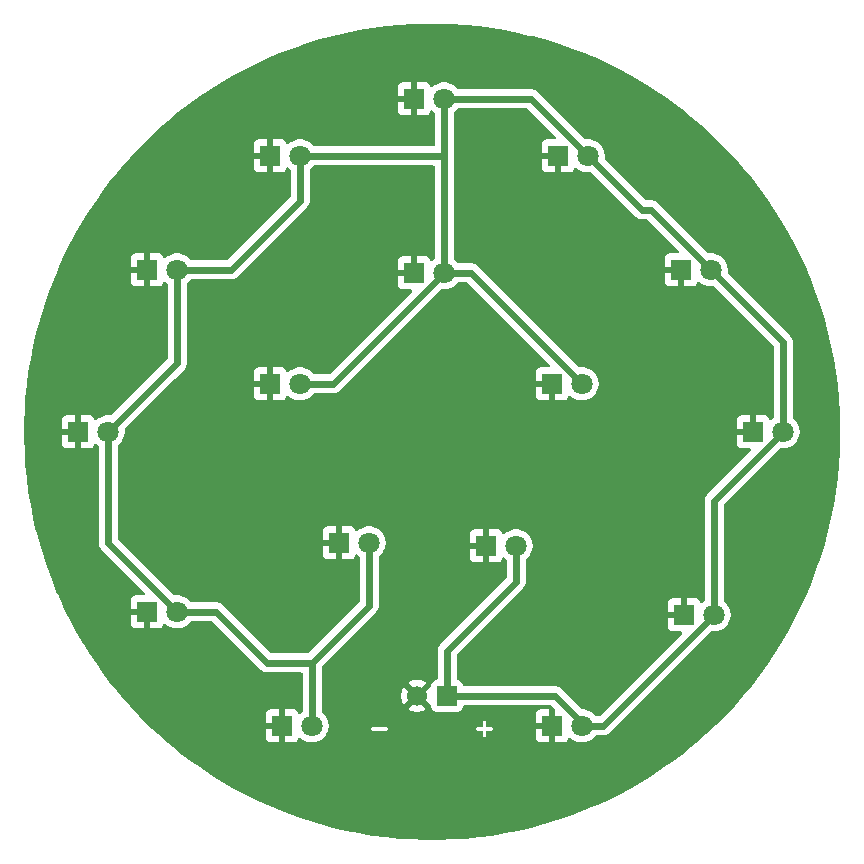
<source format=gbr>
%TF.GenerationSoftware,KiCad,Pcbnew,9.0.2*%
%TF.CreationDate,2026-01-09T09:24:01+01:00*%
%TF.ProjectId,led_print,6c65645f-7072-4696-9e74-2e6b69636164,rev?*%
%TF.SameCoordinates,Original*%
%TF.FileFunction,Copper,L1,Top*%
%TF.FilePolarity,Positive*%
%FSLAX46Y46*%
G04 Gerber Fmt 4.6, Leading zero omitted, Abs format (unit mm)*
G04 Created by KiCad (PCBNEW 9.0.2) date 2026-01-09 09:24:01*
%MOMM*%
%LPD*%
G01*
G04 APERTURE LIST*
%ADD10C,0.300000*%
%TA.AperFunction,ComponentPad*%
%ADD11R,1.800000X1.800000*%
%TD*%
%TA.AperFunction,ComponentPad*%
%ADD12C,1.800000*%
%TD*%
%TA.AperFunction,ComponentPad*%
%ADD13R,1.700000X1.700000*%
%TD*%
%TA.AperFunction,ComponentPad*%
%ADD14C,1.700000*%
%TD*%
%TA.AperFunction,Conductor*%
%ADD15C,0.600000*%
%TD*%
G04 APERTURE END LIST*
D10*
G36*
X111993153Y-84636067D02*
G01*
X110222725Y-84636067D01*
X110222725Y-84290136D01*
X110389392Y-84290136D01*
X110389392Y-84348664D01*
X110411790Y-84402736D01*
X110453174Y-84444120D01*
X110507246Y-84466518D01*
X110536510Y-84469400D01*
X111679368Y-84469400D01*
X111708632Y-84466518D01*
X111762704Y-84444120D01*
X111804088Y-84402736D01*
X111826486Y-84348664D01*
X111826486Y-84290136D01*
X111804088Y-84236064D01*
X111762704Y-84194680D01*
X111708632Y-84172282D01*
X111679368Y-84169400D01*
X110536510Y-84169400D01*
X110507246Y-84172282D01*
X110453174Y-84194680D01*
X110411790Y-84236064D01*
X110389392Y-84290136D01*
X110222725Y-84290136D01*
X110222725Y-84002733D01*
X111993153Y-84002733D01*
X111993153Y-84636067D01*
G37*
G36*
X120883153Y-85204613D02*
G01*
X119112725Y-85204613D01*
X119112725Y-84290136D01*
X119279392Y-84290136D01*
X119279392Y-84348664D01*
X119301790Y-84402736D01*
X119343174Y-84444120D01*
X119397246Y-84466518D01*
X119426510Y-84469400D01*
X119847939Y-84469400D01*
X119847939Y-84890828D01*
X119850821Y-84920092D01*
X119873219Y-84974164D01*
X119914603Y-85015548D01*
X119968675Y-85037946D01*
X120027203Y-85037946D01*
X120081275Y-85015548D01*
X120122659Y-84974164D01*
X120145057Y-84920092D01*
X120147939Y-84890828D01*
X120147939Y-84469400D01*
X120569368Y-84469400D01*
X120598632Y-84466518D01*
X120652704Y-84444120D01*
X120694088Y-84402736D01*
X120716486Y-84348664D01*
X120716486Y-84290136D01*
X120694088Y-84236064D01*
X120652704Y-84194680D01*
X120598632Y-84172282D01*
X120569368Y-84169400D01*
X120147939Y-84169400D01*
X120147939Y-83747971D01*
X120145057Y-83718707D01*
X120122659Y-83664635D01*
X120081275Y-83623251D01*
X120027203Y-83600853D01*
X119968675Y-83600853D01*
X119914603Y-83623251D01*
X119873219Y-83664635D01*
X119850821Y-83718707D01*
X119847939Y-83747971D01*
X119847939Y-84169400D01*
X119426510Y-84169400D01*
X119397246Y-84172282D01*
X119343174Y-84194680D01*
X119301790Y-84236064D01*
X119279392Y-84290136D01*
X119112725Y-84290136D01*
X119112725Y-83434186D01*
X120883153Y-83434186D01*
X120883153Y-85204613D01*
G37*
D11*
%TO.P,D12,1,K*%
%TO.N,GND*%
X107691000Y-68580000D03*
D12*
%TO.P,D12,2,A*%
%TO.N,Net-(D1-A)*%
X110231000Y-68580000D03*
%TD*%
D11*
%TO.P,D11,1,K*%
%TO.N,GND*%
X125725000Y-84074000D03*
D12*
%TO.P,D11,2,A*%
%TO.N,Net-(D1-A)*%
X128265000Y-84074000D03*
%TD*%
D11*
%TO.P,D15,1,K*%
%TO.N,GND*%
X125725000Y-55118000D03*
D12*
%TO.P,D15,2,A*%
%TO.N,Net-(D1-A)*%
X128265000Y-55118000D03*
%TD*%
D11*
%TO.P,D1,1,K*%
%TO.N,GND*%
X102865000Y-84074000D03*
D12*
%TO.P,D1,2,A*%
%TO.N,Net-(D1-A)*%
X105405000Y-84074000D03*
%TD*%
D11*
%TO.P,D14,1,K*%
%TO.N,GND*%
X114041000Y-45720000D03*
D12*
%TO.P,D14,2,A*%
%TO.N,Net-(D1-A)*%
X116581000Y-45720000D03*
%TD*%
D11*
%TO.P,D2,1,K*%
%TO.N,GND*%
X91440000Y-74422000D03*
D12*
%TO.P,D2,2,A*%
%TO.N,Net-(D1-A)*%
X93980000Y-74422000D03*
%TD*%
D13*
%TO.P,J1,1,Pin_1*%
%TO.N,Net-(D1-A)*%
X116840000Y-81534000D03*
D14*
%TO.P,J1,2,Pin_2*%
%TO.N,GND*%
X114300000Y-81534000D03*
%TD*%
D11*
%TO.P,D13,1,K*%
%TO.N,GND*%
X101849000Y-55118000D03*
D12*
%TO.P,D13,2,A*%
%TO.N,Net-(D1-A)*%
X104389000Y-55118000D03*
%TD*%
D11*
%TO.P,D16,1,K*%
%TO.N,GND*%
X120137000Y-68834000D03*
D12*
%TO.P,D16,2,A*%
%TO.N,Net-(D1-A)*%
X122677000Y-68834000D03*
%TD*%
D11*
%TO.P,D4,1,K*%
%TO.N,GND*%
X91440000Y-45466000D03*
D12*
%TO.P,D4,2,A*%
%TO.N,Net-(D1-A)*%
X93980000Y-45466000D03*
%TD*%
D11*
%TO.P,D7,1,K*%
%TO.N,GND*%
X126233000Y-35814000D03*
D12*
%TO.P,D7,2,A*%
%TO.N,Net-(D1-A)*%
X128773000Y-35814000D03*
%TD*%
D11*
%TO.P,D3,1,K*%
%TO.N,GND*%
X85598000Y-59182000D03*
D12*
%TO.P,D3,2,A*%
%TO.N,Net-(D1-A)*%
X88138000Y-59182000D03*
%TD*%
D11*
%TO.P,D6,1,K*%
%TO.N,GND*%
X114041000Y-30988000D03*
D12*
%TO.P,D6,2,A*%
%TO.N,Net-(D1-A)*%
X116581000Y-30988000D03*
%TD*%
D11*
%TO.P,D10,1,K*%
%TO.N,GND*%
X136901000Y-74676000D03*
D12*
%TO.P,D10,2,A*%
%TO.N,Net-(D1-A)*%
X139441000Y-74676000D03*
%TD*%
D11*
%TO.P,D9,1,K*%
%TO.N,GND*%
X142743000Y-59182000D03*
D12*
%TO.P,D9,2,A*%
%TO.N,Net-(D1-A)*%
X145283000Y-59182000D03*
%TD*%
D11*
%TO.P,D5,1,K*%
%TO.N,GND*%
X101849000Y-35814000D03*
D12*
%TO.P,D5,2,A*%
%TO.N,Net-(D1-A)*%
X104389000Y-35814000D03*
%TD*%
D11*
%TO.P,D8,1,K*%
%TO.N,GND*%
X136647000Y-45466000D03*
D12*
%TO.P,D8,2,A*%
%TO.N,Net-(D1-A)*%
X139187000Y-45466000D03*
%TD*%
D15*
%TO.N,Net-(D1-A)*%
X101605000Y-78745000D02*
X105405000Y-78745000D01*
X145283000Y-51562000D02*
X139187000Y-45466000D01*
X125984000Y-81534000D02*
X128265000Y-83815000D01*
X123947000Y-30988000D02*
X116581000Y-30988000D01*
X133345000Y-40386000D02*
X128773000Y-35814000D01*
X116581000Y-45720000D02*
X118867000Y-45720000D01*
X93980000Y-53340000D02*
X88138000Y-59182000D01*
X139441000Y-74676000D02*
X139441000Y-65024000D01*
X105405000Y-84074000D02*
X105405000Y-78745000D01*
X97282000Y-74422000D02*
X101605000Y-78745000D01*
X88138000Y-68580000D02*
X93980000Y-74422000D01*
X122677000Y-71887000D02*
X122677000Y-68834000D01*
X130043000Y-84074000D02*
X139441000Y-74676000D01*
X116581000Y-30988000D02*
X116581000Y-35560000D01*
X118867000Y-45720000D02*
X128265000Y-55118000D01*
X128265000Y-83815000D02*
X128265000Y-84074000D01*
X104389000Y-55118000D02*
X107183000Y-55118000D01*
X105405000Y-78745000D02*
X110231000Y-73919000D01*
X104389000Y-39629000D02*
X98552000Y-45466000D01*
X139441000Y-65024000D02*
X145283000Y-59182000D01*
X116840000Y-77724000D02*
X122677000Y-71887000D01*
X93980000Y-45466000D02*
X93980000Y-53340000D01*
X116327000Y-35814000D02*
X104389000Y-35814000D01*
X116840000Y-81534000D02*
X125984000Y-81534000D01*
X104389000Y-35814000D02*
X104389000Y-39629000D01*
X107183000Y-55118000D02*
X116581000Y-45720000D01*
X98552000Y-45466000D02*
X93980000Y-45466000D01*
X128265000Y-84074000D02*
X130043000Y-84074000D01*
X88138000Y-59182000D02*
X88138000Y-68580000D01*
X116581000Y-45720000D02*
X116581000Y-30988000D01*
X116840000Y-81534000D02*
X116840000Y-77724000D01*
X110231000Y-73919000D02*
X110231000Y-68580000D01*
X93980000Y-74422000D02*
X97282000Y-74422000D01*
X145283000Y-59182000D02*
X145283000Y-51562000D01*
X134107000Y-40386000D02*
X133345000Y-40386000D01*
X116581000Y-35560000D02*
X116327000Y-35814000D01*
X128773000Y-35814000D02*
X123947000Y-30988000D01*
X139187000Y-45466000D02*
X134107000Y-40386000D01*
%TD*%
%TA.AperFunction,Conductor*%
%TO.N,GND*%
G36*
X116137338Y-24635191D02*
G01*
X117263359Y-24672053D01*
X117267354Y-24672249D01*
X118391576Y-24745934D01*
X118395614Y-24746265D01*
X119516824Y-24856695D01*
X119520756Y-24857148D01*
X120637757Y-25004204D01*
X120641724Y-25004792D01*
X121753342Y-25188321D01*
X121757284Y-25189039D01*
X122862260Y-25408832D01*
X122866135Y-25409669D01*
X123798814Y-25627139D01*
X123963348Y-25665503D01*
X123967285Y-25666489D01*
X124104565Y-25703273D01*
X125055535Y-25958085D01*
X125059345Y-25959173D01*
X126137519Y-26286233D01*
X126141302Y-26287448D01*
X127208135Y-26649590D01*
X127211944Y-26650953D01*
X128266317Y-27047791D01*
X128270086Y-27049280D01*
X129310949Y-27480419D01*
X129314637Y-27482018D01*
X130340825Y-27946978D01*
X130344493Y-27948713D01*
X131354899Y-28446990D01*
X131358508Y-28448844D01*
X132352085Y-28979922D01*
X132355582Y-28981865D01*
X133331281Y-29545185D01*
X133334733Y-29547255D01*
X134031653Y-29980627D01*
X134291437Y-30142171D01*
X134294839Y-30144364D01*
X135231579Y-30770274D01*
X135234911Y-30772580D01*
X135452854Y-30928756D01*
X136150654Y-31428792D01*
X136153913Y-31431209D01*
X137047694Y-32117032D01*
X137050873Y-32119555D01*
X137102186Y-32161666D01*
X137921755Y-32834268D01*
X137924812Y-32836861D01*
X138771873Y-33579715D01*
X138774838Y-33582402D01*
X138826946Y-33631207D01*
X139597103Y-34352538D01*
X139600019Y-34355360D01*
X140396639Y-35151980D01*
X140399461Y-35154896D01*
X141169594Y-35977158D01*
X141172287Y-35980129D01*
X141914424Y-36826373D01*
X141915122Y-36827169D01*
X141917736Y-36830250D01*
X142204780Y-37180015D01*
X142632444Y-37701126D01*
X142634967Y-37704305D01*
X143320790Y-38598086D01*
X143323207Y-38601345D01*
X143979416Y-39517084D01*
X143981725Y-39520420D01*
X144607629Y-40457151D01*
X144609828Y-40460562D01*
X145204736Y-41417252D01*
X145206822Y-41420732D01*
X145770120Y-42396393D01*
X145772091Y-42399940D01*
X146303155Y-43393491D01*
X146305009Y-43397100D01*
X146803286Y-44407506D01*
X146805021Y-44411174D01*
X147269973Y-45437345D01*
X147271587Y-45441068D01*
X147702717Y-46481908D01*
X147704208Y-46485682D01*
X148101046Y-47540055D01*
X148102413Y-47543875D01*
X148464534Y-48610647D01*
X148465776Y-48614511D01*
X148792813Y-49692609D01*
X148793927Y-49696510D01*
X149085510Y-50784714D01*
X149086496Y-50788651D01*
X149342320Y-51885819D01*
X149343176Y-51889785D01*
X149562955Y-52994690D01*
X149563682Y-52998682D01*
X149747203Y-54110252D01*
X149747798Y-54114266D01*
X149894845Y-55231194D01*
X149895309Y-55235225D01*
X150005733Y-56356382D01*
X150006065Y-56360426D01*
X150079748Y-57484616D01*
X150079947Y-57488669D01*
X150116809Y-58614661D01*
X150116875Y-58618718D01*
X150116875Y-59745281D01*
X150116809Y-59749338D01*
X150079947Y-60875330D01*
X150079748Y-60879383D01*
X150006065Y-62003573D01*
X150005733Y-62007617D01*
X149895309Y-63128774D01*
X149894845Y-63132805D01*
X149747798Y-64249733D01*
X149747203Y-64253747D01*
X149563682Y-65365317D01*
X149562955Y-65369309D01*
X149343176Y-66474214D01*
X149342320Y-66478180D01*
X149086496Y-67575348D01*
X149085510Y-67579285D01*
X148793927Y-68667489D01*
X148792813Y-68671390D01*
X148465776Y-69749488D01*
X148464534Y-69753352D01*
X148102413Y-70820124D01*
X148101046Y-70823944D01*
X147704208Y-71878317D01*
X147702717Y-71882091D01*
X147271587Y-72922931D01*
X147269973Y-72926654D01*
X146805021Y-73952825D01*
X146803286Y-73956493D01*
X146305009Y-74966899D01*
X146303155Y-74970508D01*
X145772091Y-75964059D01*
X145770120Y-75967606D01*
X145206822Y-76943267D01*
X145204736Y-76946747D01*
X144609828Y-77903437D01*
X144607629Y-77906848D01*
X143981725Y-78843579D01*
X143979416Y-78846915D01*
X143323207Y-79762654D01*
X143320790Y-79765913D01*
X142634967Y-80659694D01*
X142632444Y-80662873D01*
X141917747Y-81533736D01*
X141915122Y-81536830D01*
X141172303Y-82383852D01*
X141169578Y-82386858D01*
X140399461Y-83209103D01*
X140396639Y-83212019D01*
X139600019Y-84008639D01*
X139597103Y-84011461D01*
X138774858Y-84781578D01*
X138771852Y-84784303D01*
X137924830Y-85527122D01*
X137921736Y-85529747D01*
X137050873Y-86244444D01*
X137047694Y-86246967D01*
X136153913Y-86932790D01*
X136150654Y-86935207D01*
X135234915Y-87591416D01*
X135231579Y-87593725D01*
X134294848Y-88219629D01*
X134291437Y-88221828D01*
X133334747Y-88816736D01*
X133331267Y-88818822D01*
X132355606Y-89382120D01*
X132352059Y-89384091D01*
X131358508Y-89915155D01*
X131354899Y-89917009D01*
X130344493Y-90415286D01*
X130340825Y-90417021D01*
X129314654Y-90881973D01*
X129310931Y-90883587D01*
X128270091Y-91314717D01*
X128266317Y-91316208D01*
X127211944Y-91713046D01*
X127208124Y-91714413D01*
X126141352Y-92076534D01*
X126137488Y-92077776D01*
X125059390Y-92404813D01*
X125055489Y-92405927D01*
X123967285Y-92697510D01*
X123963348Y-92698496D01*
X122866180Y-92954320D01*
X122862214Y-92955176D01*
X121757309Y-93174955D01*
X121753317Y-93175682D01*
X120641747Y-93359203D01*
X120637733Y-93359798D01*
X119520805Y-93506845D01*
X119516774Y-93507309D01*
X118395617Y-93617733D01*
X118391573Y-93618065D01*
X117267383Y-93691748D01*
X117263330Y-93691947D01*
X116137338Y-93728809D01*
X116133281Y-93728875D01*
X115006719Y-93728875D01*
X115002662Y-93728809D01*
X113876669Y-93691947D01*
X113872616Y-93691748D01*
X112748426Y-93618065D01*
X112744382Y-93617733D01*
X111623225Y-93507309D01*
X111619194Y-93506845D01*
X110502266Y-93359798D01*
X110498252Y-93359203D01*
X109386682Y-93175682D01*
X109382690Y-93174955D01*
X108277785Y-92955176D01*
X108273819Y-92954320D01*
X107176651Y-92698496D01*
X107172714Y-92697510D01*
X106084510Y-92405927D01*
X106080609Y-92404813D01*
X105002511Y-92077776D01*
X104998660Y-92076538D01*
X104628769Y-91950977D01*
X103931875Y-91714413D01*
X103928055Y-91713046D01*
X102873682Y-91316208D01*
X102869908Y-91314717D01*
X101829068Y-90883587D01*
X101825345Y-90881973D01*
X100799174Y-90417021D01*
X100795506Y-90415286D01*
X99785100Y-89917009D01*
X99781491Y-89915155D01*
X98787940Y-89384091D01*
X98784393Y-89382120D01*
X97808732Y-88818822D01*
X97805252Y-88816736D01*
X96848562Y-88221828D01*
X96845151Y-88219629D01*
X95908420Y-87593725D01*
X95905084Y-87591416D01*
X94989345Y-86935207D01*
X94986086Y-86932790D01*
X94092305Y-86246967D01*
X94089126Y-86244444D01*
X93218263Y-85529747D01*
X93215169Y-85527122D01*
X92368129Y-84784287D01*
X92365188Y-84781621D01*
X91876590Y-84324000D01*
X91542896Y-84011461D01*
X91539980Y-84008639D01*
X90743360Y-83212019D01*
X90740546Y-83209112D01*
X90740538Y-83209103D01*
X90739151Y-83207622D01*
X90739150Y-83207620D01*
X90739145Y-83207616D01*
X90728018Y-83195736D01*
X89970402Y-82386838D01*
X89967715Y-82383873D01*
X89224861Y-81536812D01*
X89222268Y-81533755D01*
X88640288Y-80824609D01*
X88507555Y-80662873D01*
X88505032Y-80659694D01*
X87819209Y-79765913D01*
X87816792Y-79762654D01*
X87160583Y-78846915D01*
X87158274Y-78843579D01*
X86532370Y-77906848D01*
X86530171Y-77903437D01*
X86182805Y-77344827D01*
X85935255Y-76946733D01*
X85933177Y-76943267D01*
X85369865Y-75967582D01*
X85367922Y-75964085D01*
X84836844Y-74970508D01*
X84834990Y-74966899D01*
X84691279Y-74675482D01*
X84433367Y-74152489D01*
X84336712Y-73956492D01*
X84334978Y-73952825D01*
X84330063Y-73941978D01*
X83870018Y-72926637D01*
X83868412Y-72922931D01*
X83847167Y-72871642D01*
X83437280Y-71882086D01*
X83435791Y-71878317D01*
X83038953Y-70823944D01*
X83037586Y-70820124D01*
X82675448Y-69753302D01*
X82674233Y-69749519D01*
X82347173Y-68671345D01*
X82346085Y-68667535D01*
X82101732Y-67755601D01*
X82054489Y-67579285D01*
X82053503Y-67575348D01*
X81985128Y-67282103D01*
X81797669Y-66478135D01*
X81796832Y-66474260D01*
X81577039Y-65369284D01*
X81576317Y-65365317D01*
X81574709Y-65355578D01*
X81392792Y-64253724D01*
X81392201Y-64249733D01*
X81245148Y-63132756D01*
X81244695Y-63128824D01*
X81134265Y-62007614D01*
X81133934Y-62003573D01*
X81060249Y-60879354D01*
X81060052Y-60875330D01*
X81057379Y-60793681D01*
X81023191Y-59749338D01*
X81023125Y-59745281D01*
X81023125Y-58618718D01*
X81023191Y-58614661D01*
X81023664Y-58600222D01*
X81035648Y-58234155D01*
X84198000Y-58234155D01*
X84198000Y-58932000D01*
X85222722Y-58932000D01*
X85178667Y-59008306D01*
X85148000Y-59122756D01*
X85148000Y-59241244D01*
X85178667Y-59355694D01*
X85222722Y-59432000D01*
X84198000Y-59432000D01*
X84198000Y-60129844D01*
X84204401Y-60189372D01*
X84204403Y-60189379D01*
X84254645Y-60324086D01*
X84254649Y-60324093D01*
X84340809Y-60439187D01*
X84340812Y-60439190D01*
X84455906Y-60525350D01*
X84455913Y-60525354D01*
X84590620Y-60575596D01*
X84590627Y-60575598D01*
X84650155Y-60581999D01*
X84650172Y-60582000D01*
X85348000Y-60582000D01*
X85348000Y-59557277D01*
X85424306Y-59601333D01*
X85538756Y-59632000D01*
X85657244Y-59632000D01*
X85771694Y-59601333D01*
X85848000Y-59557277D01*
X85848000Y-60582000D01*
X86545828Y-60582000D01*
X86545844Y-60581999D01*
X86605372Y-60575598D01*
X86605379Y-60575596D01*
X86740086Y-60525354D01*
X86740093Y-60525350D01*
X86855187Y-60439190D01*
X86855190Y-60439187D01*
X86941350Y-60324093D01*
X86941354Y-60324086D01*
X86971213Y-60244031D01*
X86989290Y-60219882D01*
X87005367Y-60194373D01*
X87010010Y-60192202D01*
X87013084Y-60188097D01*
X87041344Y-60177556D01*
X87068663Y-60164787D01*
X87073744Y-60165471D01*
X87078548Y-60163680D01*
X87108023Y-60170091D01*
X87137907Y-60174119D01*
X87143165Y-60177735D01*
X87146821Y-60178531D01*
X87167766Y-60192937D01*
X87171554Y-60196161D01*
X87225635Y-60250242D01*
X87290243Y-60297182D01*
X87293871Y-60300270D01*
X87310513Y-60325668D01*
X87329050Y-60349707D01*
X87330169Y-60355666D01*
X87332164Y-60358711D01*
X87332234Y-60366660D01*
X87337500Y-60394697D01*
X87337500Y-68658846D01*
X87368261Y-68813489D01*
X87368264Y-68813501D01*
X87428602Y-68959172D01*
X87428609Y-68959185D01*
X87516210Y-69090288D01*
X87516213Y-69090292D01*
X91236241Y-72810319D01*
X91269726Y-72871642D01*
X91264742Y-72941334D01*
X91222870Y-72997267D01*
X91157406Y-73021684D01*
X91148560Y-73022000D01*
X90492155Y-73022000D01*
X90432627Y-73028401D01*
X90432620Y-73028403D01*
X90297913Y-73078645D01*
X90297906Y-73078649D01*
X90182812Y-73164809D01*
X90182809Y-73164812D01*
X90096649Y-73279906D01*
X90096645Y-73279913D01*
X90046403Y-73414620D01*
X90046401Y-73414627D01*
X90040000Y-73474155D01*
X90040000Y-74172000D01*
X91064722Y-74172000D01*
X91020667Y-74248306D01*
X90990000Y-74362756D01*
X90990000Y-74481244D01*
X91020667Y-74595694D01*
X91064722Y-74672000D01*
X90040000Y-74672000D01*
X90040000Y-75369844D01*
X90046401Y-75429372D01*
X90046403Y-75429379D01*
X90096645Y-75564086D01*
X90096649Y-75564093D01*
X90182809Y-75679187D01*
X90182812Y-75679190D01*
X90297906Y-75765350D01*
X90297913Y-75765354D01*
X90432620Y-75815596D01*
X90432627Y-75815598D01*
X90492155Y-75821999D01*
X90492172Y-75822000D01*
X91190000Y-75822000D01*
X91190000Y-74797277D01*
X91266306Y-74841333D01*
X91380756Y-74872000D01*
X91499244Y-74872000D01*
X91613694Y-74841333D01*
X91690000Y-74797277D01*
X91690000Y-75822000D01*
X92387828Y-75822000D01*
X92387844Y-75821999D01*
X92447372Y-75815598D01*
X92447379Y-75815596D01*
X92582086Y-75765354D01*
X92582093Y-75765350D01*
X92697187Y-75679190D01*
X92697190Y-75679187D01*
X92783350Y-75564093D01*
X92783354Y-75564086D01*
X92813213Y-75484031D01*
X92855084Y-75428097D01*
X92920548Y-75403680D01*
X92988821Y-75418531D01*
X93017076Y-75439683D01*
X93067636Y-75490243D01*
X93067641Y-75490247D01*
X93223192Y-75603260D01*
X93245978Y-75619815D01*
X93362501Y-75679187D01*
X93442393Y-75719895D01*
X93442396Y-75719896D01*
X93517343Y-75744247D01*
X93652049Y-75788015D01*
X93869778Y-75822500D01*
X93869779Y-75822500D01*
X94090221Y-75822500D01*
X94090222Y-75822500D01*
X94307951Y-75788015D01*
X94517606Y-75719895D01*
X94714022Y-75619815D01*
X94892365Y-75490242D01*
X95048242Y-75334365D01*
X95048244Y-75334361D01*
X95048247Y-75334359D01*
X95092380Y-75273615D01*
X95147709Y-75230949D01*
X95192698Y-75222500D01*
X96899060Y-75222500D01*
X96966099Y-75242185D01*
X96986741Y-75258819D01*
X100983211Y-79255289D01*
X101094711Y-79366789D01*
X101094712Y-79366790D01*
X101225814Y-79454390D01*
X101225827Y-79454397D01*
X101371498Y-79514735D01*
X101371503Y-79514737D01*
X101371507Y-79514737D01*
X101371508Y-79514738D01*
X101526154Y-79545500D01*
X101526157Y-79545500D01*
X101526158Y-79545500D01*
X104480500Y-79545500D01*
X104547539Y-79565185D01*
X104593294Y-79617989D01*
X104604500Y-79669500D01*
X104604500Y-82861301D01*
X104604339Y-82861848D01*
X104604495Y-82862397D01*
X104594499Y-82895358D01*
X104584815Y-82928340D01*
X104584329Y-82928895D01*
X104584219Y-82929260D01*
X104581693Y-82931910D01*
X104560871Y-82955728D01*
X104557231Y-82958825D01*
X104492635Y-83005758D01*
X104438561Y-83059831D01*
X104434766Y-83063062D01*
X104407218Y-83075349D01*
X104380752Y-83089801D01*
X104375639Y-83089435D01*
X104370957Y-83091524D01*
X104341137Y-83086967D01*
X104311060Y-83084816D01*
X104306956Y-83081744D01*
X104301889Y-83080970D01*
X104279272Y-83061020D01*
X104255127Y-83042945D01*
X104251731Y-83036726D01*
X104249491Y-83034750D01*
X104248231Y-83030316D01*
X104238213Y-83011968D01*
X104208354Y-82931913D01*
X104208350Y-82931906D01*
X104122190Y-82816812D01*
X104122187Y-82816809D01*
X104007093Y-82730649D01*
X104007086Y-82730645D01*
X103872379Y-82680403D01*
X103872372Y-82680401D01*
X103812844Y-82674000D01*
X103115000Y-82674000D01*
X103115000Y-83698722D01*
X103038694Y-83654667D01*
X102924244Y-83624000D01*
X102805756Y-83624000D01*
X102691306Y-83654667D01*
X102615000Y-83698722D01*
X102615000Y-82674000D01*
X101917155Y-82674000D01*
X101857627Y-82680401D01*
X101857620Y-82680403D01*
X101722913Y-82730645D01*
X101722906Y-82730649D01*
X101607812Y-82816809D01*
X101607809Y-82816812D01*
X101521649Y-82931906D01*
X101521645Y-82931913D01*
X101471403Y-83066620D01*
X101471401Y-83066627D01*
X101465000Y-83126155D01*
X101465000Y-83824000D01*
X102489722Y-83824000D01*
X102445667Y-83900306D01*
X102415000Y-84014756D01*
X102415000Y-84133244D01*
X102445667Y-84247694D01*
X102489722Y-84324000D01*
X101465000Y-84324000D01*
X101465000Y-85021844D01*
X101471401Y-85081372D01*
X101471403Y-85081379D01*
X101521645Y-85216086D01*
X101521649Y-85216093D01*
X101607809Y-85331187D01*
X101607812Y-85331190D01*
X101722906Y-85417350D01*
X101722913Y-85417354D01*
X101857620Y-85467596D01*
X101857627Y-85467598D01*
X101917155Y-85473999D01*
X101917172Y-85474000D01*
X102615000Y-85474000D01*
X102615000Y-84449277D01*
X102691306Y-84493333D01*
X102805756Y-84524000D01*
X102924244Y-84524000D01*
X103038694Y-84493333D01*
X103115000Y-84449277D01*
X103115000Y-85474000D01*
X103812828Y-85474000D01*
X103812844Y-85473999D01*
X103872372Y-85467598D01*
X103872379Y-85467596D01*
X104007086Y-85417354D01*
X104007093Y-85417350D01*
X104122187Y-85331190D01*
X104122190Y-85331187D01*
X104208350Y-85216093D01*
X104208354Y-85216086D01*
X104238213Y-85136031D01*
X104280084Y-85080097D01*
X104345548Y-85055680D01*
X104413821Y-85070531D01*
X104442076Y-85091683D01*
X104492636Y-85142243D01*
X104492641Y-85142247D01*
X104648192Y-85255260D01*
X104670978Y-85271815D01*
X104787501Y-85331187D01*
X104867393Y-85371895D01*
X104867396Y-85371896D01*
X104972221Y-85405955D01*
X105077049Y-85440015D01*
X105294778Y-85474500D01*
X105294779Y-85474500D01*
X105515221Y-85474500D01*
X105515222Y-85474500D01*
X105732951Y-85440015D01*
X105942606Y-85371895D01*
X106139022Y-85271815D01*
X106317365Y-85142242D01*
X106413779Y-85045828D01*
X119271510Y-85045828D01*
X120724368Y-85045828D01*
X120724368Y-83592971D01*
X119271510Y-83592971D01*
X119271510Y-85045828D01*
X106413779Y-85045828D01*
X106473242Y-84986365D01*
X106602815Y-84808022D01*
X106702895Y-84611606D01*
X106747475Y-84474400D01*
X110381510Y-84474400D01*
X111834368Y-84474400D01*
X111834368Y-84164400D01*
X110381510Y-84164400D01*
X110381510Y-84474400D01*
X106747475Y-84474400D01*
X106771015Y-84401951D01*
X106805500Y-84184222D01*
X106805500Y-83963778D01*
X106771015Y-83746049D01*
X106741324Y-83654667D01*
X106717040Y-83579926D01*
X106702896Y-83536396D01*
X106702895Y-83536393D01*
X106602815Y-83339978D01*
X106498018Y-83195736D01*
X106498017Y-83195735D01*
X106473243Y-83161636D01*
X106317364Y-83005757D01*
X106256613Y-82961618D01*
X106213948Y-82906287D01*
X106205500Y-82861301D01*
X106205500Y-79127940D01*
X106225185Y-79060901D01*
X106241819Y-79040259D01*
X110852786Y-74429292D01*
X110852789Y-74429289D01*
X110940394Y-74298179D01*
X111000738Y-74152497D01*
X111031500Y-73997842D01*
X111031500Y-73840157D01*
X111031500Y-69792697D01*
X111051185Y-69725658D01*
X111082616Y-69692378D01*
X111143361Y-69648245D01*
X111143361Y-69648244D01*
X111143365Y-69648242D01*
X111299242Y-69492365D01*
X111428815Y-69314022D01*
X111528895Y-69117606D01*
X111539814Y-69084000D01*
X111568953Y-68994320D01*
X111568953Y-68994319D01*
X111597014Y-68907954D01*
X111597013Y-68907954D01*
X111597015Y-68907951D01*
X111631500Y-68690222D01*
X111631500Y-68469778D01*
X111597015Y-68252049D01*
X111562955Y-68147221D01*
X111528896Y-68042396D01*
X111528895Y-68042393D01*
X111476287Y-67939146D01*
X111476286Y-67939142D01*
X111428816Y-67845979D01*
X111428815Y-67845978D01*
X111299247Y-67667641D01*
X111299243Y-67667636D01*
X111143363Y-67511756D01*
X111143358Y-67511752D01*
X110965025Y-67382187D01*
X110965024Y-67382186D01*
X110965022Y-67382185D01*
X110902096Y-67350122D01*
X110768606Y-67282104D01*
X110768603Y-67282103D01*
X110558952Y-67213985D01*
X110450086Y-67196742D01*
X110341222Y-67179500D01*
X110120778Y-67179500D01*
X110048201Y-67190995D01*
X109903047Y-67213985D01*
X109693396Y-67282103D01*
X109693393Y-67282104D01*
X109496974Y-67382187D01*
X109318641Y-67511752D01*
X109318636Y-67511756D01*
X109268075Y-67562317D01*
X109206752Y-67595801D01*
X109137060Y-67590816D01*
X109081127Y-67548945D01*
X109064213Y-67517968D01*
X109034354Y-67437913D01*
X109034350Y-67437906D01*
X108948190Y-67322812D01*
X108948187Y-67322809D01*
X108833093Y-67236649D01*
X108833086Y-67236645D01*
X108698379Y-67186403D01*
X108698372Y-67186401D01*
X108638844Y-67180000D01*
X107941000Y-67180000D01*
X107941000Y-68204722D01*
X107864694Y-68160667D01*
X107750244Y-68130000D01*
X107631756Y-68130000D01*
X107517306Y-68160667D01*
X107441000Y-68204722D01*
X107441000Y-67180000D01*
X106743155Y-67180000D01*
X106683627Y-67186401D01*
X106683620Y-67186403D01*
X106548913Y-67236645D01*
X106548906Y-67236649D01*
X106433812Y-67322809D01*
X106433809Y-67322812D01*
X106347649Y-67437906D01*
X106347645Y-67437913D01*
X106297403Y-67572620D01*
X106297401Y-67572627D01*
X106291000Y-67632155D01*
X106291000Y-68330000D01*
X107315722Y-68330000D01*
X107271667Y-68406306D01*
X107241000Y-68520756D01*
X107241000Y-68639244D01*
X107271667Y-68753694D01*
X107315722Y-68830000D01*
X106291000Y-68830000D01*
X106291000Y-69527844D01*
X106297401Y-69587372D01*
X106297403Y-69587379D01*
X106347645Y-69722086D01*
X106347649Y-69722093D01*
X106433809Y-69837187D01*
X106433812Y-69837190D01*
X106548906Y-69923350D01*
X106548913Y-69923354D01*
X106683620Y-69973596D01*
X106683627Y-69973598D01*
X106743155Y-69979999D01*
X106743172Y-69980000D01*
X107441000Y-69980000D01*
X107441000Y-68955277D01*
X107517306Y-68999333D01*
X107631756Y-69030000D01*
X107750244Y-69030000D01*
X107864694Y-68999333D01*
X107941000Y-68955277D01*
X107941000Y-69980000D01*
X108638828Y-69980000D01*
X108638844Y-69979999D01*
X108698372Y-69973598D01*
X108698379Y-69973596D01*
X108833086Y-69923354D01*
X108833093Y-69923350D01*
X108948187Y-69837190D01*
X108948190Y-69837187D01*
X109034350Y-69722093D01*
X109034354Y-69722086D01*
X109064213Y-69642031D01*
X109082290Y-69617882D01*
X109098367Y-69592373D01*
X109103010Y-69590202D01*
X109106084Y-69586097D01*
X109134344Y-69575556D01*
X109161663Y-69562787D01*
X109166744Y-69563471D01*
X109171548Y-69561680D01*
X109201023Y-69568091D01*
X109230907Y-69572119D01*
X109236165Y-69575735D01*
X109239821Y-69576531D01*
X109260766Y-69590937D01*
X109264554Y-69594161D01*
X109318635Y-69648242D01*
X109383243Y-69695182D01*
X109386871Y-69698270D01*
X109403513Y-69723668D01*
X109422050Y-69747707D01*
X109423169Y-69753666D01*
X109425164Y-69756711D01*
X109425234Y-69764660D01*
X109430500Y-69792697D01*
X109430500Y-73536060D01*
X109410815Y-73603099D01*
X109394181Y-73623741D01*
X105109741Y-77908181D01*
X105048418Y-77941666D01*
X105022060Y-77944500D01*
X101987940Y-77944500D01*
X101920901Y-77924815D01*
X101900259Y-77908181D01*
X97792292Y-73800213D01*
X97792288Y-73800210D01*
X97661185Y-73712609D01*
X97661172Y-73712602D01*
X97515501Y-73652264D01*
X97515489Y-73652261D01*
X97360845Y-73621500D01*
X97360842Y-73621500D01*
X95192698Y-73621500D01*
X95125659Y-73601815D01*
X95092380Y-73570385D01*
X95048247Y-73509640D01*
X94892363Y-73353756D01*
X94892358Y-73353752D01*
X94714025Y-73224187D01*
X94714024Y-73224186D01*
X94714022Y-73224185D01*
X94651096Y-73192122D01*
X94517606Y-73124104D01*
X94517603Y-73124103D01*
X94307952Y-73055985D01*
X94164383Y-73033246D01*
X94090222Y-73021500D01*
X93869778Y-73021500D01*
X93869773Y-73021500D01*
X93795611Y-73033246D01*
X93726317Y-73024291D01*
X93688532Y-72998454D01*
X88974819Y-68284741D01*
X88941334Y-68223418D01*
X88938500Y-68197060D01*
X88938500Y-60394697D01*
X88958185Y-60327658D01*
X88989616Y-60294378D01*
X89050361Y-60250245D01*
X89050361Y-60250244D01*
X89050365Y-60250242D01*
X89206242Y-60094365D01*
X89335815Y-59916022D01*
X89435895Y-59719606D01*
X89504015Y-59509951D01*
X89538500Y-59292222D01*
X89538500Y-59071778D01*
X89526752Y-58997608D01*
X89535706Y-58928319D01*
X89561541Y-58890535D01*
X93784078Y-54668000D01*
X94372909Y-54079170D01*
X94601786Y-53850292D01*
X94601786Y-53850291D01*
X94601789Y-53850289D01*
X94689394Y-53719179D01*
X94749738Y-53573497D01*
X94780500Y-53418842D01*
X94780500Y-53261157D01*
X94780500Y-46678697D01*
X94800185Y-46611658D01*
X94831616Y-46578378D01*
X94892361Y-46534245D01*
X94892361Y-46534244D01*
X94892365Y-46534242D01*
X95048242Y-46378365D01*
X95048244Y-46378361D01*
X95048247Y-46378359D01*
X95092380Y-46317615D01*
X95147709Y-46274949D01*
X95192698Y-46266500D01*
X98630844Y-46266500D01*
X98630845Y-46266499D01*
X98785497Y-46235737D01*
X98931179Y-46175394D01*
X99062289Y-46087789D01*
X99758029Y-45392049D01*
X100468909Y-44681170D01*
X105010786Y-40139292D01*
X105010789Y-40139289D01*
X105098394Y-40008179D01*
X105158738Y-39862497D01*
X105189500Y-39707842D01*
X105189500Y-39550157D01*
X105189500Y-37026697D01*
X105209185Y-36959658D01*
X105240616Y-36926378D01*
X105301361Y-36882245D01*
X105301361Y-36882244D01*
X105301365Y-36882242D01*
X105457242Y-36726365D01*
X105457244Y-36726361D01*
X105457247Y-36726359D01*
X105501380Y-36665615D01*
X105556709Y-36622949D01*
X105601698Y-36614500D01*
X115656500Y-36614500D01*
X115723539Y-36634185D01*
X115769294Y-36686989D01*
X115780500Y-36738500D01*
X115780500Y-44507301D01*
X115780339Y-44507848D01*
X115780495Y-44508397D01*
X115770499Y-44541358D01*
X115760815Y-44574340D01*
X115760329Y-44574895D01*
X115760219Y-44575260D01*
X115757693Y-44577910D01*
X115736871Y-44601728D01*
X115733231Y-44604825D01*
X115668635Y-44651758D01*
X115614561Y-44705831D01*
X115610766Y-44709062D01*
X115583218Y-44721349D01*
X115556752Y-44735801D01*
X115551639Y-44735435D01*
X115546957Y-44737524D01*
X115517137Y-44732967D01*
X115487060Y-44730816D01*
X115482956Y-44727744D01*
X115477889Y-44726970D01*
X115455272Y-44707020D01*
X115431127Y-44688945D01*
X115427731Y-44682726D01*
X115425491Y-44680750D01*
X115424231Y-44676316D01*
X115414213Y-44657968D01*
X115384354Y-44577913D01*
X115384350Y-44577906D01*
X115298190Y-44462812D01*
X115298187Y-44462809D01*
X115183093Y-44376649D01*
X115183086Y-44376645D01*
X115048379Y-44326403D01*
X115048372Y-44326401D01*
X114988844Y-44320000D01*
X114291000Y-44320000D01*
X114291000Y-45344722D01*
X114214694Y-45300667D01*
X114100244Y-45270000D01*
X113981756Y-45270000D01*
X113867306Y-45300667D01*
X113791000Y-45344722D01*
X113791000Y-44320000D01*
X113093155Y-44320000D01*
X113033627Y-44326401D01*
X113033620Y-44326403D01*
X112898913Y-44376645D01*
X112898906Y-44376649D01*
X112783812Y-44462809D01*
X112783809Y-44462812D01*
X112697649Y-44577906D01*
X112697645Y-44577913D01*
X112647403Y-44712620D01*
X112647401Y-44712627D01*
X112641000Y-44772155D01*
X112641000Y-45470000D01*
X113665722Y-45470000D01*
X113621667Y-45546306D01*
X113591000Y-45660756D01*
X113591000Y-45779244D01*
X113621667Y-45893694D01*
X113665722Y-45970000D01*
X112641000Y-45970000D01*
X112641000Y-46667844D01*
X112647401Y-46727372D01*
X112647403Y-46727379D01*
X112697645Y-46862086D01*
X112697649Y-46862093D01*
X112783809Y-46977187D01*
X112783812Y-46977190D01*
X112898906Y-47063350D01*
X112898913Y-47063354D01*
X113033620Y-47113596D01*
X113033627Y-47113598D01*
X113093155Y-47119999D01*
X113093172Y-47120000D01*
X113749559Y-47120000D01*
X113816598Y-47139685D01*
X113862353Y-47192489D01*
X113872297Y-47261647D01*
X113843272Y-47325203D01*
X113837240Y-47331681D01*
X106887741Y-54281181D01*
X106826418Y-54314666D01*
X106800060Y-54317500D01*
X105601698Y-54317500D01*
X105534659Y-54297815D01*
X105501380Y-54266385D01*
X105457247Y-54205640D01*
X105301363Y-54049756D01*
X105301358Y-54049752D01*
X105123025Y-53920187D01*
X105123024Y-53920186D01*
X105123022Y-53920185D01*
X105060096Y-53888122D01*
X104926606Y-53820104D01*
X104926603Y-53820103D01*
X104716952Y-53751985D01*
X104573383Y-53729246D01*
X104499222Y-53717500D01*
X104278778Y-53717500D01*
X104206201Y-53728995D01*
X104061047Y-53751985D01*
X103851396Y-53820103D01*
X103851393Y-53820104D01*
X103654974Y-53920187D01*
X103476641Y-54049752D01*
X103476636Y-54049756D01*
X103426075Y-54100317D01*
X103364752Y-54133801D01*
X103295060Y-54128816D01*
X103239127Y-54086945D01*
X103222213Y-54055968D01*
X103192354Y-53975913D01*
X103192350Y-53975906D01*
X103106190Y-53860812D01*
X103106187Y-53860809D01*
X102991093Y-53774649D01*
X102991086Y-53774645D01*
X102856379Y-53724403D01*
X102856372Y-53724401D01*
X102796844Y-53718000D01*
X102099000Y-53718000D01*
X102099000Y-54742722D01*
X102022694Y-54698667D01*
X101908244Y-54668000D01*
X101789756Y-54668000D01*
X101675306Y-54698667D01*
X101599000Y-54742722D01*
X101599000Y-53718000D01*
X100901155Y-53718000D01*
X100841627Y-53724401D01*
X100841620Y-53724403D01*
X100706913Y-53774645D01*
X100706906Y-53774649D01*
X100591812Y-53860809D01*
X100591809Y-53860812D01*
X100505649Y-53975906D01*
X100505645Y-53975913D01*
X100455403Y-54110620D01*
X100455401Y-54110627D01*
X100449000Y-54170155D01*
X100449000Y-54868000D01*
X101473722Y-54868000D01*
X101429667Y-54944306D01*
X101399000Y-55058756D01*
X101399000Y-55177244D01*
X101429667Y-55291694D01*
X101473722Y-55368000D01*
X100449000Y-55368000D01*
X100449000Y-56065844D01*
X100455401Y-56125372D01*
X100455403Y-56125379D01*
X100505645Y-56260086D01*
X100505649Y-56260093D01*
X100591809Y-56375187D01*
X100591812Y-56375190D01*
X100706906Y-56461350D01*
X100706913Y-56461354D01*
X100841620Y-56511596D01*
X100841627Y-56511598D01*
X100901155Y-56517999D01*
X100901172Y-56518000D01*
X101599000Y-56518000D01*
X101599000Y-55493277D01*
X101675306Y-55537333D01*
X101789756Y-55568000D01*
X101908244Y-55568000D01*
X102022694Y-55537333D01*
X102099000Y-55493277D01*
X102099000Y-56518000D01*
X102796828Y-56518000D01*
X102796844Y-56517999D01*
X102856372Y-56511598D01*
X102856379Y-56511596D01*
X102991086Y-56461354D01*
X102991093Y-56461350D01*
X103106187Y-56375190D01*
X103106190Y-56375187D01*
X103192350Y-56260093D01*
X103192354Y-56260086D01*
X103222213Y-56180031D01*
X103264084Y-56124097D01*
X103329548Y-56099680D01*
X103397821Y-56114531D01*
X103426076Y-56135683D01*
X103476636Y-56186243D01*
X103476641Y-56186247D01*
X103600484Y-56276223D01*
X103654978Y-56315815D01*
X103771501Y-56375187D01*
X103851393Y-56415895D01*
X103851396Y-56415896D01*
X103956221Y-56449955D01*
X104061049Y-56484015D01*
X104278778Y-56518500D01*
X104278779Y-56518500D01*
X104499221Y-56518500D01*
X104499222Y-56518500D01*
X104716951Y-56484015D01*
X104926606Y-56415895D01*
X105123022Y-56315815D01*
X105301365Y-56186242D01*
X105457242Y-56030365D01*
X105457244Y-56030361D01*
X105457247Y-56030359D01*
X105501380Y-55969615D01*
X105556709Y-55926949D01*
X105601698Y-55918500D01*
X107261844Y-55918500D01*
X107261845Y-55918499D01*
X107416497Y-55887737D01*
X107562179Y-55827394D01*
X107693289Y-55739789D01*
X107895745Y-55537333D01*
X108204122Y-55228957D01*
X114822430Y-48610647D01*
X116289534Y-47143542D01*
X116350855Y-47110059D01*
X116396606Y-47108752D01*
X116470778Y-47120500D01*
X116470780Y-47120500D01*
X116691221Y-47120500D01*
X116691222Y-47120500D01*
X116908951Y-47086015D01*
X117118606Y-47017895D01*
X117315022Y-46917815D01*
X117493365Y-46788242D01*
X117649242Y-46632365D01*
X117649244Y-46632361D01*
X117649247Y-46632359D01*
X117693380Y-46571615D01*
X117748709Y-46528949D01*
X117793698Y-46520500D01*
X118484060Y-46520500D01*
X118551099Y-46540185D01*
X118571741Y-46556819D01*
X125521241Y-53506319D01*
X125554726Y-53567642D01*
X125549742Y-53637334D01*
X125507870Y-53693267D01*
X125442406Y-53717684D01*
X125433560Y-53718000D01*
X124777155Y-53718000D01*
X124717627Y-53724401D01*
X124717620Y-53724403D01*
X124582913Y-53774645D01*
X124582906Y-53774649D01*
X124467812Y-53860809D01*
X124467809Y-53860812D01*
X124381649Y-53975906D01*
X124381645Y-53975913D01*
X124331403Y-54110620D01*
X124331401Y-54110627D01*
X124325000Y-54170155D01*
X124325000Y-54868000D01*
X125349722Y-54868000D01*
X125305667Y-54944306D01*
X125275000Y-55058756D01*
X125275000Y-55177244D01*
X125305667Y-55291694D01*
X125349722Y-55368000D01*
X124325000Y-55368000D01*
X124325000Y-56065844D01*
X124331401Y-56125372D01*
X124331403Y-56125379D01*
X124381645Y-56260086D01*
X124381649Y-56260093D01*
X124467809Y-56375187D01*
X124467812Y-56375190D01*
X124582906Y-56461350D01*
X124582913Y-56461354D01*
X124717620Y-56511596D01*
X124717627Y-56511598D01*
X124777155Y-56517999D01*
X124777172Y-56518000D01*
X125475000Y-56518000D01*
X125475000Y-55493277D01*
X125551306Y-55537333D01*
X125665756Y-55568000D01*
X125784244Y-55568000D01*
X125898694Y-55537333D01*
X125975000Y-55493277D01*
X125975000Y-56518000D01*
X126672828Y-56518000D01*
X126672844Y-56517999D01*
X126732372Y-56511598D01*
X126732379Y-56511596D01*
X126867086Y-56461354D01*
X126867093Y-56461350D01*
X126982187Y-56375190D01*
X126982190Y-56375187D01*
X127068350Y-56260093D01*
X127068354Y-56260086D01*
X127098213Y-56180031D01*
X127140084Y-56124097D01*
X127205548Y-56099680D01*
X127273821Y-56114531D01*
X127302076Y-56135683D01*
X127352636Y-56186243D01*
X127352641Y-56186247D01*
X127476484Y-56276223D01*
X127530978Y-56315815D01*
X127647501Y-56375187D01*
X127727393Y-56415895D01*
X127727396Y-56415896D01*
X127832221Y-56449955D01*
X127937049Y-56484015D01*
X128154778Y-56518500D01*
X128154779Y-56518500D01*
X128375221Y-56518500D01*
X128375222Y-56518500D01*
X128592951Y-56484015D01*
X128802606Y-56415895D01*
X128999022Y-56315815D01*
X129177365Y-56186242D01*
X129333242Y-56030365D01*
X129462815Y-55852022D01*
X129562895Y-55655606D01*
X129631015Y-55445951D01*
X129665500Y-55228222D01*
X129665500Y-55007778D01*
X129631015Y-54790049D01*
X129596955Y-54685221D01*
X129562896Y-54580396D01*
X129562895Y-54580393D01*
X129528237Y-54512375D01*
X129462815Y-54383978D01*
X129412457Y-54314666D01*
X129333247Y-54205641D01*
X129333243Y-54205636D01*
X129177363Y-54049756D01*
X129177358Y-54049752D01*
X128999025Y-53920187D01*
X128999024Y-53920186D01*
X128999022Y-53920185D01*
X128936096Y-53888122D01*
X128802606Y-53820104D01*
X128802603Y-53820103D01*
X128592952Y-53751985D01*
X128449383Y-53729246D01*
X128375222Y-53717500D01*
X128154778Y-53717500D01*
X128154773Y-53717500D01*
X128080611Y-53729246D01*
X128011317Y-53720291D01*
X127973532Y-53694454D01*
X120031398Y-45752319D01*
X119377292Y-45098213D01*
X119377288Y-45098210D01*
X119246185Y-45010609D01*
X119246172Y-45010602D01*
X119100501Y-44950264D01*
X119100489Y-44950261D01*
X118945845Y-44919500D01*
X118945842Y-44919500D01*
X117793698Y-44919500D01*
X117726659Y-44899815D01*
X117693380Y-44868385D01*
X117649247Y-44807640D01*
X117493364Y-44651757D01*
X117432613Y-44607618D01*
X117389948Y-44552287D01*
X117381500Y-44507301D01*
X117381500Y-32200697D01*
X117401185Y-32133658D01*
X117432616Y-32100378D01*
X117493361Y-32056245D01*
X117493361Y-32056244D01*
X117493365Y-32056242D01*
X117649242Y-31900365D01*
X117649244Y-31900361D01*
X117649247Y-31900359D01*
X117693380Y-31839615D01*
X117748709Y-31796949D01*
X117793698Y-31788500D01*
X123564060Y-31788500D01*
X123631099Y-31808185D01*
X123651741Y-31824819D01*
X126029241Y-34202319D01*
X126062726Y-34263642D01*
X126057742Y-34333334D01*
X126015870Y-34389267D01*
X125950406Y-34413684D01*
X125941560Y-34414000D01*
X125285155Y-34414000D01*
X125225627Y-34420401D01*
X125225620Y-34420403D01*
X125090913Y-34470645D01*
X125090906Y-34470649D01*
X124975812Y-34556809D01*
X124975809Y-34556812D01*
X124889649Y-34671906D01*
X124889645Y-34671913D01*
X124839403Y-34806620D01*
X124839401Y-34806627D01*
X124833000Y-34866155D01*
X124833000Y-35564000D01*
X125857722Y-35564000D01*
X125813667Y-35640306D01*
X125783000Y-35754756D01*
X125783000Y-35873244D01*
X125813667Y-35987694D01*
X125857722Y-36064000D01*
X124833000Y-36064000D01*
X124833000Y-36761844D01*
X124839401Y-36821372D01*
X124839403Y-36821379D01*
X124889645Y-36956086D01*
X124889649Y-36956093D01*
X124975809Y-37071187D01*
X124975812Y-37071190D01*
X125090906Y-37157350D01*
X125090913Y-37157354D01*
X125225620Y-37207596D01*
X125225627Y-37207598D01*
X125285155Y-37213999D01*
X125285172Y-37214000D01*
X125983000Y-37214000D01*
X125983000Y-36189277D01*
X126059306Y-36233333D01*
X126173756Y-36264000D01*
X126292244Y-36264000D01*
X126406694Y-36233333D01*
X126483000Y-36189277D01*
X126483000Y-37214000D01*
X127180828Y-37214000D01*
X127180844Y-37213999D01*
X127240372Y-37207598D01*
X127240379Y-37207596D01*
X127375086Y-37157354D01*
X127375093Y-37157350D01*
X127490187Y-37071190D01*
X127490190Y-37071187D01*
X127576350Y-36956093D01*
X127576354Y-36956086D01*
X127606213Y-36876031D01*
X127648084Y-36820097D01*
X127713548Y-36795680D01*
X127781821Y-36810531D01*
X127810076Y-36831683D01*
X127860636Y-36882243D01*
X127860641Y-36882247D01*
X128009931Y-36990711D01*
X128038978Y-37011815D01*
X128155501Y-37071187D01*
X128235393Y-37111895D01*
X128235396Y-37111896D01*
X128340221Y-37145955D01*
X128445049Y-37180015D01*
X128662778Y-37214500D01*
X128662779Y-37214500D01*
X128883219Y-37214500D01*
X128883222Y-37214500D01*
X128957389Y-37202752D01*
X129026679Y-37211706D01*
X129064466Y-37237544D01*
X132723211Y-40896289D01*
X132834711Y-41007789D01*
X132965821Y-41095394D01*
X133068833Y-41138062D01*
X133111502Y-41155737D01*
X133266152Y-41186499D01*
X133266155Y-41186500D01*
X133266157Y-41186500D01*
X133266158Y-41186500D01*
X133724060Y-41186500D01*
X133791099Y-41206185D01*
X133811741Y-41222819D01*
X136443241Y-43854319D01*
X136476726Y-43915642D01*
X136471742Y-43985334D01*
X136429870Y-44041267D01*
X136364406Y-44065684D01*
X136355560Y-44066000D01*
X135699155Y-44066000D01*
X135639627Y-44072401D01*
X135639620Y-44072403D01*
X135504913Y-44122645D01*
X135504906Y-44122649D01*
X135389812Y-44208809D01*
X135389809Y-44208812D01*
X135303649Y-44323906D01*
X135303645Y-44323913D01*
X135253403Y-44458620D01*
X135253401Y-44458627D01*
X135247000Y-44518155D01*
X135247000Y-45216000D01*
X136271722Y-45216000D01*
X136227667Y-45292306D01*
X136197000Y-45406756D01*
X136197000Y-45525244D01*
X136227667Y-45639694D01*
X136271722Y-45716000D01*
X135247000Y-45716000D01*
X135247000Y-46413844D01*
X135253401Y-46473372D01*
X135253403Y-46473379D01*
X135303645Y-46608086D01*
X135303649Y-46608093D01*
X135389809Y-46723187D01*
X135389812Y-46723190D01*
X135504906Y-46809350D01*
X135504913Y-46809354D01*
X135639620Y-46859596D01*
X135639627Y-46859598D01*
X135699155Y-46865999D01*
X135699172Y-46866000D01*
X136397000Y-46866000D01*
X136397000Y-45841277D01*
X136473306Y-45885333D01*
X136587756Y-45916000D01*
X136706244Y-45916000D01*
X136820694Y-45885333D01*
X136897000Y-45841277D01*
X136897000Y-46866000D01*
X137594828Y-46866000D01*
X137594844Y-46865999D01*
X137654372Y-46859598D01*
X137654379Y-46859596D01*
X137789086Y-46809354D01*
X137789093Y-46809350D01*
X137904187Y-46723190D01*
X137904190Y-46723187D01*
X137990350Y-46608093D01*
X137990354Y-46608086D01*
X138020213Y-46528031D01*
X138062084Y-46472097D01*
X138127548Y-46447680D01*
X138195821Y-46462531D01*
X138224076Y-46483683D01*
X138274636Y-46534243D01*
X138274641Y-46534247D01*
X138423931Y-46642711D01*
X138452978Y-46663815D01*
X138569501Y-46723187D01*
X138649393Y-46763895D01*
X138649396Y-46763896D01*
X138724343Y-46788247D01*
X138859049Y-46832015D01*
X139076778Y-46866500D01*
X139076779Y-46866500D01*
X139297219Y-46866500D01*
X139297222Y-46866500D01*
X139371389Y-46854752D01*
X139440679Y-46863706D01*
X139478466Y-46889544D01*
X144446181Y-51857259D01*
X144479666Y-51918582D01*
X144482500Y-51944940D01*
X144482500Y-57969301D01*
X144482339Y-57969848D01*
X144482495Y-57970397D01*
X144472499Y-58003358D01*
X144462815Y-58036340D01*
X144462329Y-58036895D01*
X144462219Y-58037260D01*
X144459693Y-58039910D01*
X144438871Y-58063728D01*
X144435231Y-58066825D01*
X144370635Y-58113758D01*
X144316561Y-58167831D01*
X144312766Y-58171062D01*
X144285218Y-58183349D01*
X144258752Y-58197801D01*
X144253639Y-58197435D01*
X144248957Y-58199524D01*
X144219137Y-58194967D01*
X144189060Y-58192816D01*
X144184956Y-58189744D01*
X144179889Y-58188970D01*
X144157272Y-58169020D01*
X144133127Y-58150945D01*
X144129731Y-58144726D01*
X144127491Y-58142750D01*
X144126231Y-58138316D01*
X144116213Y-58119968D01*
X144086354Y-58039913D01*
X144086350Y-58039906D01*
X144000190Y-57924812D01*
X144000187Y-57924809D01*
X143885093Y-57838649D01*
X143885086Y-57838645D01*
X143750379Y-57788403D01*
X143750372Y-57788401D01*
X143690844Y-57782000D01*
X142993000Y-57782000D01*
X142993000Y-58806722D01*
X142916694Y-58762667D01*
X142802244Y-58732000D01*
X142683756Y-58732000D01*
X142569306Y-58762667D01*
X142493000Y-58806722D01*
X142493000Y-57782000D01*
X141795155Y-57782000D01*
X141735627Y-57788401D01*
X141735620Y-57788403D01*
X141600913Y-57838645D01*
X141600906Y-57838649D01*
X141485812Y-57924809D01*
X141485809Y-57924812D01*
X141399649Y-58039906D01*
X141399645Y-58039913D01*
X141349403Y-58174620D01*
X141349401Y-58174627D01*
X141343000Y-58234155D01*
X141343000Y-58932000D01*
X142367722Y-58932000D01*
X142323667Y-59008306D01*
X142293000Y-59122756D01*
X142293000Y-59241244D01*
X142323667Y-59355694D01*
X142367722Y-59432000D01*
X141343000Y-59432000D01*
X141343000Y-60129844D01*
X141349401Y-60189372D01*
X141349403Y-60189379D01*
X141399645Y-60324086D01*
X141399649Y-60324093D01*
X141485809Y-60439187D01*
X141485812Y-60439190D01*
X141600906Y-60525350D01*
X141600913Y-60525354D01*
X141735620Y-60575596D01*
X141735627Y-60575598D01*
X141795155Y-60581999D01*
X141795172Y-60582000D01*
X142451559Y-60582000D01*
X142518598Y-60601685D01*
X142564353Y-60654489D01*
X142574297Y-60723647D01*
X142545272Y-60787203D01*
X142539240Y-60793681D01*
X140204148Y-63128774D01*
X138930711Y-64402211D01*
X138874960Y-64457962D01*
X138819209Y-64513712D01*
X138731609Y-64644814D01*
X138731602Y-64644827D01*
X138671264Y-64790498D01*
X138671261Y-64790510D01*
X138640500Y-64945153D01*
X138640500Y-73463301D01*
X138640339Y-73463848D01*
X138640495Y-73464397D01*
X138630499Y-73497358D01*
X138620815Y-73530340D01*
X138620329Y-73530895D01*
X138620219Y-73531260D01*
X138617693Y-73533910D01*
X138596871Y-73557728D01*
X138593231Y-73560825D01*
X138528635Y-73607758D01*
X138474561Y-73661831D01*
X138470766Y-73665062D01*
X138443218Y-73677349D01*
X138416752Y-73691801D01*
X138411639Y-73691435D01*
X138406957Y-73693524D01*
X138377137Y-73688967D01*
X138347060Y-73686816D01*
X138342956Y-73683744D01*
X138337889Y-73682970D01*
X138315272Y-73663020D01*
X138291127Y-73644945D01*
X138287731Y-73638726D01*
X138285491Y-73636750D01*
X138284231Y-73632316D01*
X138274213Y-73613968D01*
X138244354Y-73533913D01*
X138244350Y-73533906D01*
X138158190Y-73418812D01*
X138158187Y-73418809D01*
X138043093Y-73332649D01*
X138043086Y-73332645D01*
X137908379Y-73282403D01*
X137908372Y-73282401D01*
X137848844Y-73276000D01*
X137151000Y-73276000D01*
X137151000Y-74300722D01*
X137074694Y-74256667D01*
X136960244Y-74226000D01*
X136841756Y-74226000D01*
X136727306Y-74256667D01*
X136651000Y-74300722D01*
X136651000Y-73276000D01*
X135953155Y-73276000D01*
X135893627Y-73282401D01*
X135893620Y-73282403D01*
X135758913Y-73332645D01*
X135758906Y-73332649D01*
X135643812Y-73418809D01*
X135643809Y-73418812D01*
X135557649Y-73533906D01*
X135557645Y-73533913D01*
X135507403Y-73668620D01*
X135507401Y-73668627D01*
X135501000Y-73728155D01*
X135501000Y-74426000D01*
X136525722Y-74426000D01*
X136481667Y-74502306D01*
X136451000Y-74616756D01*
X136451000Y-74735244D01*
X136481667Y-74849694D01*
X136525722Y-74926000D01*
X135501000Y-74926000D01*
X135501000Y-75623844D01*
X135507401Y-75683372D01*
X135507403Y-75683379D01*
X135557645Y-75818086D01*
X135557649Y-75818093D01*
X135643809Y-75933187D01*
X135643812Y-75933190D01*
X135758906Y-76019350D01*
X135758913Y-76019354D01*
X135893620Y-76069596D01*
X135893627Y-76069598D01*
X135953155Y-76075999D01*
X135953172Y-76076000D01*
X136609559Y-76076000D01*
X136676598Y-76095685D01*
X136722353Y-76148489D01*
X136732297Y-76217647D01*
X136703272Y-76281203D01*
X136697240Y-76287681D01*
X129747741Y-83237181D01*
X129720813Y-83251884D01*
X129694995Y-83268477D01*
X129688794Y-83269368D01*
X129686418Y-83270666D01*
X129660060Y-83273500D01*
X129477698Y-83273500D01*
X129410659Y-83253815D01*
X129377380Y-83222385D01*
X129333247Y-83161640D01*
X129177363Y-83005756D01*
X129177358Y-83005752D01*
X128999025Y-82876187D01*
X128999024Y-82876186D01*
X128999022Y-82876185D01*
X128936096Y-82844122D01*
X128802606Y-82776104D01*
X128802603Y-82776103D01*
X128592952Y-82707985D01*
X128429406Y-82682082D01*
X128375222Y-82673500D01*
X128375221Y-82673500D01*
X128306940Y-82673500D01*
X128239901Y-82653815D01*
X128219259Y-82637181D01*
X126494292Y-80912213D01*
X126494288Y-80912210D01*
X126363185Y-80824609D01*
X126363172Y-80824602D01*
X126217501Y-80764264D01*
X126217489Y-80764261D01*
X126062845Y-80733500D01*
X126062842Y-80733500D01*
X118312351Y-80733500D01*
X118245312Y-80713815D01*
X118199557Y-80661011D01*
X118189061Y-80622752D01*
X118184091Y-80576516D01*
X118133797Y-80441671D01*
X118133793Y-80441664D01*
X118047547Y-80326455D01*
X118047544Y-80326452D01*
X117932335Y-80240206D01*
X117932328Y-80240202D01*
X117797483Y-80189908D01*
X117751243Y-80184937D01*
X117686693Y-80158199D01*
X117646845Y-80100806D01*
X117640500Y-80061648D01*
X117640500Y-78106940D01*
X117660185Y-78039901D01*
X117676819Y-78019259D01*
X122058909Y-73637170D01*
X123298786Y-72397292D01*
X123298789Y-72397289D01*
X123386394Y-72266179D01*
X123446738Y-72120497D01*
X123477500Y-71965842D01*
X123477500Y-71808157D01*
X123477500Y-70046697D01*
X123497185Y-69979658D01*
X123528616Y-69946378D01*
X123560307Y-69923354D01*
X123589365Y-69902242D01*
X123745242Y-69746365D01*
X123874815Y-69568022D01*
X123974895Y-69371606D01*
X124043015Y-69161951D01*
X124077500Y-68944222D01*
X124077500Y-68723778D01*
X124043015Y-68506049D01*
X124008955Y-68401221D01*
X123974896Y-68296396D01*
X123974895Y-68296393D01*
X123924281Y-68197060D01*
X123874815Y-68099978D01*
X123858260Y-68077192D01*
X123745247Y-67921641D01*
X123745243Y-67921636D01*
X123589363Y-67765756D01*
X123589358Y-67765752D01*
X123411025Y-67636187D01*
X123411024Y-67636186D01*
X123411022Y-67636185D01*
X123331765Y-67595801D01*
X123214606Y-67536104D01*
X123214603Y-67536103D01*
X123004952Y-67467985D01*
X122896086Y-67450742D01*
X122787222Y-67433500D01*
X122566778Y-67433500D01*
X122494201Y-67444995D01*
X122349047Y-67467985D01*
X122139396Y-67536103D01*
X122139393Y-67536104D01*
X121942974Y-67636187D01*
X121764641Y-67765752D01*
X121764636Y-67765756D01*
X121714075Y-67816317D01*
X121652752Y-67849801D01*
X121583060Y-67844816D01*
X121527127Y-67802945D01*
X121510213Y-67771968D01*
X121480354Y-67691913D01*
X121480350Y-67691906D01*
X121394190Y-67576812D01*
X121394187Y-67576809D01*
X121279093Y-67490649D01*
X121279086Y-67490645D01*
X121144379Y-67440403D01*
X121144372Y-67440401D01*
X121084844Y-67434000D01*
X120387000Y-67434000D01*
X120387000Y-68458722D01*
X120310694Y-68414667D01*
X120196244Y-68384000D01*
X120077756Y-68384000D01*
X119963306Y-68414667D01*
X119887000Y-68458722D01*
X119887000Y-67434000D01*
X119189155Y-67434000D01*
X119129627Y-67440401D01*
X119129620Y-67440403D01*
X118994913Y-67490645D01*
X118994906Y-67490649D01*
X118879812Y-67576809D01*
X118879809Y-67576812D01*
X118793649Y-67691906D01*
X118793645Y-67691913D01*
X118743403Y-67826620D01*
X118743401Y-67826627D01*
X118737000Y-67886155D01*
X118737000Y-68584000D01*
X119761722Y-68584000D01*
X119717667Y-68660306D01*
X119687000Y-68774756D01*
X119687000Y-68893244D01*
X119717667Y-69007694D01*
X119761722Y-69084000D01*
X118737000Y-69084000D01*
X118737000Y-69781844D01*
X118743401Y-69841372D01*
X118743403Y-69841379D01*
X118793645Y-69976086D01*
X118793649Y-69976093D01*
X118879809Y-70091187D01*
X118879812Y-70091190D01*
X118994906Y-70177350D01*
X118994913Y-70177354D01*
X119129620Y-70227596D01*
X119129627Y-70227598D01*
X119189155Y-70233999D01*
X119189172Y-70234000D01*
X119887000Y-70234000D01*
X119887000Y-69209277D01*
X119963306Y-69253333D01*
X120077756Y-69284000D01*
X120196244Y-69284000D01*
X120310694Y-69253333D01*
X120387000Y-69209277D01*
X120387000Y-70234000D01*
X121084828Y-70234000D01*
X121084844Y-70233999D01*
X121144372Y-70227598D01*
X121144379Y-70227596D01*
X121279086Y-70177354D01*
X121279093Y-70177350D01*
X121394187Y-70091190D01*
X121394190Y-70091187D01*
X121480350Y-69976093D01*
X121480354Y-69976086D01*
X121510213Y-69896031D01*
X121528290Y-69871882D01*
X121544367Y-69846373D01*
X121549010Y-69844202D01*
X121552084Y-69840097D01*
X121580344Y-69829556D01*
X121607663Y-69816787D01*
X121612744Y-69817471D01*
X121617548Y-69815680D01*
X121647023Y-69822091D01*
X121676907Y-69826119D01*
X121682165Y-69829735D01*
X121685821Y-69830531D01*
X121706766Y-69844937D01*
X121710554Y-69848161D01*
X121764635Y-69902242D01*
X121829243Y-69949182D01*
X121832871Y-69952270D01*
X121849513Y-69977668D01*
X121868050Y-70001707D01*
X121869169Y-70007666D01*
X121871164Y-70010711D01*
X121871234Y-70018660D01*
X121876500Y-70046697D01*
X121876500Y-71504060D01*
X121856815Y-71571099D01*
X121840181Y-71591741D01*
X116329711Y-77102211D01*
X116273960Y-77157962D01*
X116218209Y-77213712D01*
X116130609Y-77344814D01*
X116130602Y-77344827D01*
X116070264Y-77490498D01*
X116070261Y-77490510D01*
X116039500Y-77645153D01*
X116039500Y-80061648D01*
X116019815Y-80128687D01*
X115967011Y-80174442D01*
X115928755Y-80184938D01*
X115882516Y-80189909D01*
X115747671Y-80240202D01*
X115747664Y-80240206D01*
X115632455Y-80326452D01*
X115632452Y-80326455D01*
X115546206Y-80441664D01*
X115546202Y-80441671D01*
X115495908Y-80576517D01*
X115489501Y-80636116D01*
X115489500Y-80636135D01*
X115489500Y-80646690D01*
X115469815Y-80713729D01*
X115453181Y-80734371D01*
X114782962Y-81404590D01*
X114765925Y-81341007D01*
X114700099Y-81226993D01*
X114607007Y-81133901D01*
X114492993Y-81068075D01*
X114429409Y-81051037D01*
X115061716Y-80418728D01*
X115007550Y-80379375D01*
X114818217Y-80282904D01*
X114616129Y-80217242D01*
X114406246Y-80184000D01*
X114193754Y-80184000D01*
X113983872Y-80217242D01*
X113983869Y-80217242D01*
X113781782Y-80282904D01*
X113592439Y-80379380D01*
X113538282Y-80418727D01*
X113538282Y-80418728D01*
X114170591Y-81051037D01*
X114107007Y-81068075D01*
X113992993Y-81133901D01*
X113899901Y-81226993D01*
X113834075Y-81341007D01*
X113817037Y-81404591D01*
X113184728Y-80772282D01*
X113184727Y-80772282D01*
X113145380Y-80826439D01*
X113048904Y-81015782D01*
X112983242Y-81217869D01*
X112983242Y-81217872D01*
X112950000Y-81427753D01*
X112950000Y-81640246D01*
X112983242Y-81850127D01*
X112983242Y-81850130D01*
X113048904Y-82052217D01*
X113145375Y-82241550D01*
X113184728Y-82295716D01*
X113817037Y-81663408D01*
X113834075Y-81726993D01*
X113899901Y-81841007D01*
X113992993Y-81934099D01*
X114107007Y-81999925D01*
X114170590Y-82016962D01*
X113538282Y-82649269D01*
X113538282Y-82649270D01*
X113592449Y-82688624D01*
X113781782Y-82785095D01*
X113983870Y-82850757D01*
X114193754Y-82884000D01*
X114406246Y-82884000D01*
X114616127Y-82850757D01*
X114616130Y-82850757D01*
X114818217Y-82785095D01*
X115007554Y-82688622D01*
X115061716Y-82649270D01*
X115061717Y-82649270D01*
X114429408Y-82016962D01*
X114492993Y-81999925D01*
X114607007Y-81934099D01*
X114700099Y-81841007D01*
X114765925Y-81726993D01*
X114782962Y-81663408D01*
X115453181Y-82333628D01*
X115486666Y-82394951D01*
X115489500Y-82421300D01*
X115489500Y-82431865D01*
X115489501Y-82431876D01*
X115495908Y-82491483D01*
X115546202Y-82626328D01*
X115546206Y-82626335D01*
X115632452Y-82741544D01*
X115632455Y-82741547D01*
X115747664Y-82827793D01*
X115747671Y-82827797D01*
X115882517Y-82878091D01*
X115882516Y-82878091D01*
X115889444Y-82878835D01*
X115942127Y-82884500D01*
X117737872Y-82884499D01*
X117797483Y-82878091D01*
X117932331Y-82827796D01*
X118047546Y-82741546D01*
X118133796Y-82626331D01*
X118184091Y-82491483D01*
X118189062Y-82445242D01*
X118215799Y-82380694D01*
X118273191Y-82340846D01*
X118312351Y-82334500D01*
X125601060Y-82334500D01*
X125668099Y-82354185D01*
X125688741Y-82370819D01*
X125938681Y-82620759D01*
X125972166Y-82682082D01*
X125975000Y-82708440D01*
X125975000Y-83698722D01*
X125898694Y-83654667D01*
X125784244Y-83624000D01*
X125665756Y-83624000D01*
X125551306Y-83654667D01*
X125475000Y-83698722D01*
X125475000Y-82674000D01*
X124777155Y-82674000D01*
X124717627Y-82680401D01*
X124717620Y-82680403D01*
X124582913Y-82730645D01*
X124582906Y-82730649D01*
X124467812Y-82816809D01*
X124467809Y-82816812D01*
X124381649Y-82931906D01*
X124381645Y-82931913D01*
X124331403Y-83066620D01*
X124331401Y-83066627D01*
X124325000Y-83126155D01*
X124325000Y-83824000D01*
X125349722Y-83824000D01*
X125305667Y-83900306D01*
X125275000Y-84014756D01*
X125275000Y-84133244D01*
X125305667Y-84247694D01*
X125349722Y-84324000D01*
X124325000Y-84324000D01*
X124325000Y-85021844D01*
X124331401Y-85081372D01*
X124331403Y-85081379D01*
X124381645Y-85216086D01*
X124381649Y-85216093D01*
X124467809Y-85331187D01*
X124467812Y-85331190D01*
X124582906Y-85417350D01*
X124582913Y-85417354D01*
X124717620Y-85467596D01*
X124717627Y-85467598D01*
X124777155Y-85473999D01*
X124777172Y-85474000D01*
X125475000Y-85474000D01*
X125475000Y-84449277D01*
X125551306Y-84493333D01*
X125665756Y-84524000D01*
X125784244Y-84524000D01*
X125898694Y-84493333D01*
X125975000Y-84449277D01*
X125975000Y-85474000D01*
X126672828Y-85474000D01*
X126672844Y-85473999D01*
X126732372Y-85467598D01*
X126732379Y-85467596D01*
X126867086Y-85417354D01*
X126867093Y-85417350D01*
X126982187Y-85331190D01*
X126982190Y-85331187D01*
X127068350Y-85216093D01*
X127068354Y-85216086D01*
X127098213Y-85136031D01*
X127140084Y-85080097D01*
X127205548Y-85055680D01*
X127273821Y-85070531D01*
X127302076Y-85091683D01*
X127352636Y-85142243D01*
X127352641Y-85142247D01*
X127508192Y-85255260D01*
X127530978Y-85271815D01*
X127647501Y-85331187D01*
X127727393Y-85371895D01*
X127727396Y-85371896D01*
X127832221Y-85405955D01*
X127937049Y-85440015D01*
X128154778Y-85474500D01*
X128154779Y-85474500D01*
X128375221Y-85474500D01*
X128375222Y-85474500D01*
X128592951Y-85440015D01*
X128802606Y-85371895D01*
X128999022Y-85271815D01*
X129177365Y-85142242D01*
X129333242Y-84986365D01*
X129333244Y-84986361D01*
X129333247Y-84986359D01*
X129377380Y-84925615D01*
X129432709Y-84882949D01*
X129477698Y-84874500D01*
X130121844Y-84874500D01*
X130121845Y-84874499D01*
X130276497Y-84843737D01*
X130389166Y-84797067D01*
X130422172Y-84783397D01*
X130422172Y-84783396D01*
X130422179Y-84783394D01*
X130553289Y-84695789D01*
X139149534Y-76099542D01*
X139210855Y-76066059D01*
X139256606Y-76064752D01*
X139330778Y-76076500D01*
X139330780Y-76076500D01*
X139551221Y-76076500D01*
X139551222Y-76076500D01*
X139768951Y-76042015D01*
X139978606Y-75973895D01*
X140175022Y-75873815D01*
X140353365Y-75744242D01*
X140509242Y-75588365D01*
X140638815Y-75410022D01*
X140738895Y-75213606D01*
X140807015Y-75003951D01*
X140841500Y-74786222D01*
X140841500Y-74565778D01*
X140807015Y-74348049D01*
X140772955Y-74243221D01*
X140738896Y-74138396D01*
X140738895Y-74138393D01*
X140699924Y-74061910D01*
X140638815Y-73941978D01*
X140564838Y-73840157D01*
X140509247Y-73763641D01*
X140509243Y-73763636D01*
X140353364Y-73607757D01*
X140292613Y-73563618D01*
X140249948Y-73508287D01*
X140241500Y-73463301D01*
X140241500Y-65406939D01*
X140261185Y-65339900D01*
X140277814Y-65319263D01*
X144991534Y-60605542D01*
X145052855Y-60572059D01*
X145098606Y-60570752D01*
X145172778Y-60582500D01*
X145172780Y-60582500D01*
X145393221Y-60582500D01*
X145393222Y-60582500D01*
X145610951Y-60548015D01*
X145820606Y-60479895D01*
X146017022Y-60379815D01*
X146195365Y-60250242D01*
X146351242Y-60094365D01*
X146480815Y-59916022D01*
X146580895Y-59719606D01*
X146649015Y-59509951D01*
X146683500Y-59292222D01*
X146683500Y-59071778D01*
X146649015Y-58854049D01*
X146614955Y-58749221D01*
X146580896Y-58644396D01*
X146580895Y-58644393D01*
X146546237Y-58576375D01*
X146480815Y-58447978D01*
X146464260Y-58425192D01*
X146351247Y-58269641D01*
X146351243Y-58269636D01*
X146195364Y-58113757D01*
X146134613Y-58069618D01*
X146091948Y-58014287D01*
X146083500Y-57969301D01*
X146083500Y-51483155D01*
X146083499Y-51483153D01*
X146052738Y-51328510D01*
X146052737Y-51328503D01*
X146052735Y-51328498D01*
X145992397Y-51182827D01*
X145992390Y-51182814D01*
X145904790Y-51051712D01*
X145904789Y-51051711D01*
X145793289Y-50940211D01*
X140610544Y-45757466D01*
X140577059Y-45696143D01*
X140575752Y-45650392D01*
X140587500Y-45576222D01*
X140587500Y-45355778D01*
X140553015Y-45138049D01*
X140518955Y-45033221D01*
X140484896Y-44928396D01*
X140484895Y-44928393D01*
X140423367Y-44807640D01*
X140384815Y-44731978D01*
X140347596Y-44680750D01*
X140255247Y-44553641D01*
X140255243Y-44553636D01*
X140099363Y-44397756D01*
X140099358Y-44397752D01*
X139921025Y-44268187D01*
X139921024Y-44268186D01*
X139921022Y-44268185D01*
X139858096Y-44236122D01*
X139724606Y-44168104D01*
X139724603Y-44168103D01*
X139514952Y-44099985D01*
X139371383Y-44077246D01*
X139297222Y-44065500D01*
X139076778Y-44065500D01*
X139076773Y-44065500D01*
X139002611Y-44077246D01*
X138933317Y-44068291D01*
X138895532Y-44042454D01*
X134617292Y-39764213D01*
X134617288Y-39764210D01*
X134486185Y-39676609D01*
X134486172Y-39676602D01*
X134340501Y-39616264D01*
X134340489Y-39616261D01*
X134185845Y-39585500D01*
X134185842Y-39585500D01*
X133727940Y-39585500D01*
X133660901Y-39565815D01*
X133640259Y-39549181D01*
X130196544Y-36105466D01*
X130163059Y-36044143D01*
X130161752Y-35998392D01*
X130173500Y-35924222D01*
X130173500Y-35703778D01*
X130139015Y-35486049D01*
X130104955Y-35381221D01*
X130070896Y-35276396D01*
X130070895Y-35276393D01*
X130008988Y-35154896D01*
X129970815Y-35079978D01*
X129914375Y-35002294D01*
X129841247Y-34901641D01*
X129841243Y-34901636D01*
X129685363Y-34745756D01*
X129685358Y-34745752D01*
X129507025Y-34616187D01*
X129507024Y-34616186D01*
X129507022Y-34616185D01*
X129444096Y-34584122D01*
X129310606Y-34516104D01*
X129310603Y-34516103D01*
X129100952Y-34447985D01*
X128957383Y-34425246D01*
X128883222Y-34413500D01*
X128662778Y-34413500D01*
X128662773Y-34413500D01*
X128588611Y-34425246D01*
X128519317Y-34416291D01*
X128481532Y-34390454D01*
X124457292Y-30366213D01*
X124457288Y-30366210D01*
X124326185Y-30278609D01*
X124326172Y-30278602D01*
X124180501Y-30218264D01*
X124180489Y-30218261D01*
X124025845Y-30187500D01*
X124025842Y-30187500D01*
X117793698Y-30187500D01*
X117726659Y-30167815D01*
X117693380Y-30136385D01*
X117649247Y-30075640D01*
X117493363Y-29919756D01*
X117493358Y-29919752D01*
X117315025Y-29790187D01*
X117315024Y-29790186D01*
X117315022Y-29790185D01*
X117252096Y-29758122D01*
X117118606Y-29690104D01*
X117118603Y-29690103D01*
X116908952Y-29621985D01*
X116800086Y-29604742D01*
X116691222Y-29587500D01*
X116470778Y-29587500D01*
X116398201Y-29598995D01*
X116253047Y-29621985D01*
X116043396Y-29690103D01*
X116043393Y-29690104D01*
X115846974Y-29790187D01*
X115668641Y-29919752D01*
X115668636Y-29919756D01*
X115618075Y-29970317D01*
X115556752Y-30003801D01*
X115487060Y-29998816D01*
X115431127Y-29956945D01*
X115414213Y-29925968D01*
X115384354Y-29845913D01*
X115384350Y-29845906D01*
X115298190Y-29730812D01*
X115298187Y-29730809D01*
X115183093Y-29644649D01*
X115183086Y-29644645D01*
X115048379Y-29594403D01*
X115048372Y-29594401D01*
X114988844Y-29588000D01*
X114291000Y-29588000D01*
X114291000Y-30612722D01*
X114214694Y-30568667D01*
X114100244Y-30538000D01*
X113981756Y-30538000D01*
X113867306Y-30568667D01*
X113791000Y-30612722D01*
X113791000Y-29588000D01*
X113093155Y-29588000D01*
X113033627Y-29594401D01*
X113033620Y-29594403D01*
X112898913Y-29644645D01*
X112898906Y-29644649D01*
X112783812Y-29730809D01*
X112783809Y-29730812D01*
X112697649Y-29845906D01*
X112697645Y-29845913D01*
X112647403Y-29980620D01*
X112647401Y-29980627D01*
X112641000Y-30040155D01*
X112641000Y-30738000D01*
X113665722Y-30738000D01*
X113621667Y-30814306D01*
X113591000Y-30928756D01*
X113591000Y-31047244D01*
X113621667Y-31161694D01*
X113665722Y-31238000D01*
X112641000Y-31238000D01*
X112641000Y-31935844D01*
X112647401Y-31995372D01*
X112647403Y-31995379D01*
X112697645Y-32130086D01*
X112697649Y-32130093D01*
X112783809Y-32245187D01*
X112783812Y-32245190D01*
X112898906Y-32331350D01*
X112898913Y-32331354D01*
X113033620Y-32381596D01*
X113033627Y-32381598D01*
X113093155Y-32387999D01*
X113093172Y-32388000D01*
X113791000Y-32388000D01*
X113791000Y-31363277D01*
X113867306Y-31407333D01*
X113981756Y-31438000D01*
X114100244Y-31438000D01*
X114214694Y-31407333D01*
X114291000Y-31363277D01*
X114291000Y-32388000D01*
X114988828Y-32388000D01*
X114988844Y-32387999D01*
X115048372Y-32381598D01*
X115048379Y-32381596D01*
X115183086Y-32331354D01*
X115183093Y-32331350D01*
X115298187Y-32245190D01*
X115298190Y-32245187D01*
X115384350Y-32130093D01*
X115384354Y-32130086D01*
X115414213Y-32050031D01*
X115432290Y-32025882D01*
X115448367Y-32000373D01*
X115453010Y-31998202D01*
X115456084Y-31994097D01*
X115484344Y-31983556D01*
X115511663Y-31970787D01*
X115516744Y-31971471D01*
X115521548Y-31969680D01*
X115551023Y-31976091D01*
X115580907Y-31980119D01*
X115586165Y-31983735D01*
X115589821Y-31984531D01*
X115610766Y-31998937D01*
X115614554Y-32002161D01*
X115668635Y-32056242D01*
X115733243Y-32103182D01*
X115736871Y-32106270D01*
X115753513Y-32131668D01*
X115772050Y-32155707D01*
X115773169Y-32161666D01*
X115775164Y-32164711D01*
X115775234Y-32172660D01*
X115780500Y-32200697D01*
X115780500Y-34889500D01*
X115760815Y-34956539D01*
X115708011Y-35002294D01*
X115656500Y-35013500D01*
X105601698Y-35013500D01*
X105534659Y-34993815D01*
X105501380Y-34962385D01*
X105457247Y-34901640D01*
X105301363Y-34745756D01*
X105301358Y-34745752D01*
X105123025Y-34616187D01*
X105123024Y-34616186D01*
X105123022Y-34616185D01*
X105060096Y-34584122D01*
X104926606Y-34516104D01*
X104926603Y-34516103D01*
X104716952Y-34447985D01*
X104573383Y-34425246D01*
X104499222Y-34413500D01*
X104278778Y-34413500D01*
X104206201Y-34424995D01*
X104061047Y-34447985D01*
X103851396Y-34516103D01*
X103851393Y-34516104D01*
X103654974Y-34616187D01*
X103476641Y-34745752D01*
X103476636Y-34745756D01*
X103426075Y-34796317D01*
X103364752Y-34829801D01*
X103295060Y-34824816D01*
X103239127Y-34782945D01*
X103222213Y-34751968D01*
X103192354Y-34671913D01*
X103192350Y-34671906D01*
X103106190Y-34556812D01*
X103106187Y-34556809D01*
X102991093Y-34470649D01*
X102991086Y-34470645D01*
X102856379Y-34420403D01*
X102856372Y-34420401D01*
X102796844Y-34414000D01*
X102099000Y-34414000D01*
X102099000Y-35438722D01*
X102022694Y-35394667D01*
X101908244Y-35364000D01*
X101789756Y-35364000D01*
X101675306Y-35394667D01*
X101599000Y-35438722D01*
X101599000Y-34414000D01*
X100901155Y-34414000D01*
X100841627Y-34420401D01*
X100841620Y-34420403D01*
X100706913Y-34470645D01*
X100706906Y-34470649D01*
X100591812Y-34556809D01*
X100591809Y-34556812D01*
X100505649Y-34671906D01*
X100505645Y-34671913D01*
X100455403Y-34806620D01*
X100455401Y-34806627D01*
X100449000Y-34866155D01*
X100449000Y-35564000D01*
X101473722Y-35564000D01*
X101429667Y-35640306D01*
X101399000Y-35754756D01*
X101399000Y-35873244D01*
X101429667Y-35987694D01*
X101473722Y-36064000D01*
X100449000Y-36064000D01*
X100449000Y-36761844D01*
X100455401Y-36821372D01*
X100455403Y-36821379D01*
X100505645Y-36956086D01*
X100505649Y-36956093D01*
X100591809Y-37071187D01*
X100591812Y-37071190D01*
X100706906Y-37157350D01*
X100706913Y-37157354D01*
X100841620Y-37207596D01*
X100841627Y-37207598D01*
X100901155Y-37213999D01*
X100901172Y-37214000D01*
X101599000Y-37214000D01*
X101599000Y-36189277D01*
X101675306Y-36233333D01*
X101789756Y-36264000D01*
X101908244Y-36264000D01*
X102022694Y-36233333D01*
X102099000Y-36189277D01*
X102099000Y-37214000D01*
X102796828Y-37214000D01*
X102796844Y-37213999D01*
X102856372Y-37207598D01*
X102856379Y-37207596D01*
X102991086Y-37157354D01*
X102991093Y-37157350D01*
X103106187Y-37071190D01*
X103106190Y-37071187D01*
X103192350Y-36956093D01*
X103192354Y-36956086D01*
X103222213Y-36876031D01*
X103240290Y-36851882D01*
X103256367Y-36826373D01*
X103261010Y-36824202D01*
X103264084Y-36820097D01*
X103292344Y-36809556D01*
X103319663Y-36796787D01*
X103324744Y-36797471D01*
X103329548Y-36795680D01*
X103359023Y-36802091D01*
X103388907Y-36806119D01*
X103394165Y-36809735D01*
X103397821Y-36810531D01*
X103418766Y-36824937D01*
X103422554Y-36828161D01*
X103476635Y-36882242D01*
X103541243Y-36929182D01*
X103544871Y-36932270D01*
X103561513Y-36957668D01*
X103580050Y-36981707D01*
X103581169Y-36987666D01*
X103583164Y-36990711D01*
X103583234Y-36998660D01*
X103588500Y-37026697D01*
X103588500Y-39246060D01*
X103568815Y-39313099D01*
X103552181Y-39333741D01*
X98256741Y-44629181D01*
X98195418Y-44662666D01*
X98169060Y-44665500D01*
X95192698Y-44665500D01*
X95125659Y-44645815D01*
X95092380Y-44614385D01*
X95048247Y-44553640D01*
X94892363Y-44397756D01*
X94892358Y-44397752D01*
X94714025Y-44268187D01*
X94714024Y-44268186D01*
X94714022Y-44268185D01*
X94651096Y-44236122D01*
X94517606Y-44168104D01*
X94517603Y-44168103D01*
X94307952Y-44099985D01*
X94164383Y-44077246D01*
X94090222Y-44065500D01*
X93869778Y-44065500D01*
X93797201Y-44076995D01*
X93652047Y-44099985D01*
X93442396Y-44168103D01*
X93442393Y-44168104D01*
X93245974Y-44268187D01*
X93067641Y-44397752D01*
X93067636Y-44397756D01*
X93017075Y-44448317D01*
X92955752Y-44481801D01*
X92886060Y-44476816D01*
X92830127Y-44434945D01*
X92813213Y-44403968D01*
X92783354Y-44323913D01*
X92783350Y-44323906D01*
X92697190Y-44208812D01*
X92697187Y-44208809D01*
X92582093Y-44122649D01*
X92582086Y-44122645D01*
X92447379Y-44072403D01*
X92447372Y-44072401D01*
X92387844Y-44066000D01*
X91690000Y-44066000D01*
X91690000Y-45090722D01*
X91613694Y-45046667D01*
X91499244Y-45016000D01*
X91380756Y-45016000D01*
X91266306Y-45046667D01*
X91190000Y-45090722D01*
X91190000Y-44066000D01*
X90492155Y-44066000D01*
X90432627Y-44072401D01*
X90432620Y-44072403D01*
X90297913Y-44122645D01*
X90297906Y-44122649D01*
X90182812Y-44208809D01*
X90182809Y-44208812D01*
X90096649Y-44323906D01*
X90096645Y-44323913D01*
X90046403Y-44458620D01*
X90046401Y-44458627D01*
X90040000Y-44518155D01*
X90040000Y-45216000D01*
X91064722Y-45216000D01*
X91020667Y-45292306D01*
X90990000Y-45406756D01*
X90990000Y-45525244D01*
X91020667Y-45639694D01*
X91064722Y-45716000D01*
X90040000Y-45716000D01*
X90040000Y-46413844D01*
X90046401Y-46473372D01*
X90046403Y-46473379D01*
X90096645Y-46608086D01*
X90096649Y-46608093D01*
X90182809Y-46723187D01*
X90182812Y-46723190D01*
X90297906Y-46809350D01*
X90297913Y-46809354D01*
X90432620Y-46859596D01*
X90432627Y-46859598D01*
X90492155Y-46865999D01*
X90492172Y-46866000D01*
X91190000Y-46866000D01*
X91190000Y-45841277D01*
X91266306Y-45885333D01*
X91380756Y-45916000D01*
X91499244Y-45916000D01*
X91613694Y-45885333D01*
X91690000Y-45841277D01*
X91690000Y-46866000D01*
X92387828Y-46866000D01*
X92387844Y-46865999D01*
X92447372Y-46859598D01*
X92447379Y-46859596D01*
X92582086Y-46809354D01*
X92582093Y-46809350D01*
X92697187Y-46723190D01*
X92697190Y-46723187D01*
X92783350Y-46608093D01*
X92783354Y-46608086D01*
X92813213Y-46528031D01*
X92831290Y-46503882D01*
X92847367Y-46478373D01*
X92852010Y-46476202D01*
X92855084Y-46472097D01*
X92883344Y-46461556D01*
X92910663Y-46448787D01*
X92915744Y-46449471D01*
X92920548Y-46447680D01*
X92950023Y-46454091D01*
X92979907Y-46458119D01*
X92985165Y-46461735D01*
X92988821Y-46462531D01*
X93009766Y-46476937D01*
X93013554Y-46480161D01*
X93067635Y-46534242D01*
X93132243Y-46581182D01*
X93135871Y-46584270D01*
X93152513Y-46609668D01*
X93171050Y-46633707D01*
X93172169Y-46639666D01*
X93174164Y-46642711D01*
X93174234Y-46650660D01*
X93179500Y-46678697D01*
X93179500Y-52957059D01*
X93159815Y-53024098D01*
X93143181Y-53044740D01*
X88429466Y-57758454D01*
X88368143Y-57791939D01*
X88322387Y-57793246D01*
X88248227Y-57781500D01*
X88248222Y-57781500D01*
X88027778Y-57781500D01*
X87961869Y-57791939D01*
X87810047Y-57815985D01*
X87600396Y-57884103D01*
X87600393Y-57884104D01*
X87403974Y-57984187D01*
X87225641Y-58113752D01*
X87225636Y-58113756D01*
X87175075Y-58164317D01*
X87113752Y-58197801D01*
X87044060Y-58192816D01*
X86988127Y-58150945D01*
X86971213Y-58119968D01*
X86941354Y-58039913D01*
X86941350Y-58039906D01*
X86855190Y-57924812D01*
X86855187Y-57924809D01*
X86740093Y-57838649D01*
X86740086Y-57838645D01*
X86605379Y-57788403D01*
X86605372Y-57788401D01*
X86545844Y-57782000D01*
X85848000Y-57782000D01*
X85848000Y-58806722D01*
X85771694Y-58762667D01*
X85657244Y-58732000D01*
X85538756Y-58732000D01*
X85424306Y-58762667D01*
X85348000Y-58806722D01*
X85348000Y-57782000D01*
X84650155Y-57782000D01*
X84590627Y-57788401D01*
X84590620Y-57788403D01*
X84455913Y-57838645D01*
X84455906Y-57838649D01*
X84340812Y-57924809D01*
X84340809Y-57924812D01*
X84254649Y-58039906D01*
X84254645Y-58039913D01*
X84204403Y-58174620D01*
X84204401Y-58174627D01*
X84198000Y-58234155D01*
X81035648Y-58234155D01*
X81060053Y-57488637D01*
X81060249Y-57484648D01*
X81133934Y-56360418D01*
X81134266Y-56356382D01*
X81244696Y-55235168D01*
X81245147Y-55231250D01*
X81392205Y-54114233D01*
X81392791Y-54110284D01*
X81576323Y-52998646D01*
X81577037Y-52994726D01*
X81796835Y-51889726D01*
X81797666Y-51885877D01*
X82053504Y-50788645D01*
X82054489Y-50784714D01*
X82119446Y-50542291D01*
X82346089Y-49696448D01*
X82347168Y-49692670D01*
X82674238Y-48614462D01*
X82675442Y-48610715D01*
X83037596Y-47543845D01*
X83038953Y-47540055D01*
X83435801Y-46485655D01*
X83437271Y-46481934D01*
X83868429Y-45441028D01*
X83870008Y-45437384D01*
X84334989Y-44411149D01*
X84336713Y-44407506D01*
X84341521Y-44397758D01*
X84835000Y-43397078D01*
X84836844Y-43393491D01*
X85081512Y-42935750D01*
X85367936Y-42399888D01*
X85369850Y-42396443D01*
X85933201Y-41420690D01*
X85935238Y-41417292D01*
X86530194Y-40460525D01*
X86532345Y-40457188D01*
X87158296Y-39520387D01*
X87160560Y-39517116D01*
X87816810Y-38601319D01*
X87819190Y-38598110D01*
X88505050Y-37704282D01*
X88507536Y-37701149D01*
X89222293Y-36830214D01*
X89224835Y-36827217D01*
X89967742Y-35980095D01*
X89970347Y-35977221D01*
X90740567Y-35154865D01*
X90743329Y-35152011D01*
X91540011Y-34355329D01*
X91542865Y-34352567D01*
X92365192Y-33582374D01*
X92368096Y-33579742D01*
X93215217Y-32836835D01*
X93218214Y-32834293D01*
X94089149Y-32119536D01*
X94092282Y-32117050D01*
X94986110Y-31431190D01*
X94989319Y-31428810D01*
X95905116Y-30772560D01*
X95908387Y-30770296D01*
X96845188Y-30144345D01*
X96848525Y-30142194D01*
X97805292Y-29547238D01*
X97808690Y-29545201D01*
X98784443Y-28981850D01*
X98787888Y-28979936D01*
X99781512Y-28448832D01*
X99785078Y-28447000D01*
X100795530Y-27948701D01*
X100799149Y-27946989D01*
X101825384Y-27482008D01*
X101829028Y-27480429D01*
X102869934Y-27049271D01*
X102873655Y-27047801D01*
X103928067Y-26650948D01*
X103931845Y-26649596D01*
X104998715Y-26287442D01*
X105002462Y-26286238D01*
X106080670Y-25959168D01*
X106084448Y-25958089D01*
X107172720Y-25666487D01*
X107176651Y-25665503D01*
X108273877Y-25409666D01*
X108277726Y-25408835D01*
X109382726Y-25189037D01*
X109386646Y-25188323D01*
X110498284Y-25004791D01*
X110502233Y-25004205D01*
X111619250Y-24857147D01*
X111623168Y-24856696D01*
X112744390Y-24746265D01*
X112748418Y-24745934D01*
X113872648Y-24672249D01*
X113876637Y-24672053D01*
X115002662Y-24635191D01*
X115006719Y-24635125D01*
X116133281Y-24635125D01*
X116137338Y-24635191D01*
G37*
%TD.AperFunction*%
%TD*%
M02*

</source>
